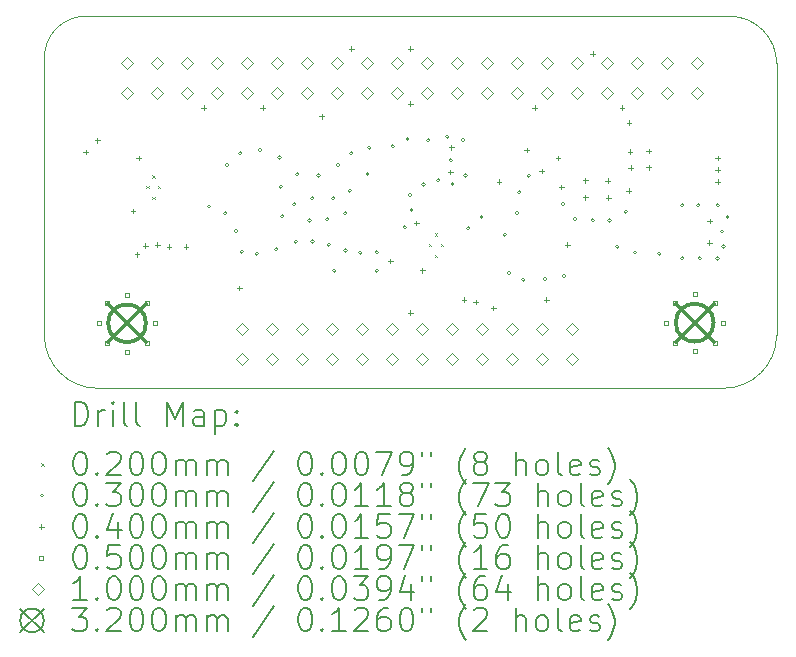
<source format=gbr>
%TF.GenerationSoftware,KiCad,Pcbnew,8.0.3*%
%TF.CreationDate,2024-07-11T02:23:30+02:00*%
%TF.ProjectId,HatV5,48617456-352e-46b6-9963-61645f706362,V2*%
%TF.SameCoordinates,Original*%
%TF.FileFunction,Drillmap*%
%TF.FilePolarity,Positive*%
%FSLAX45Y45*%
G04 Gerber Fmt 4.5, Leading zero omitted, Abs format (unit mm)*
G04 Created by KiCad (PCBNEW 8.0.3) date 2024-07-11 02:23:30*
%MOMM*%
%LPD*%
G01*
G04 APERTURE LIST*
%ADD10C,0.100000*%
%ADD11C,0.200000*%
%ADD12C,0.320000*%
G04 APERTURE END LIST*
D10*
X17048240Y-8911940D02*
X17048240Y-11211940D01*
X16598240Y-11661940D02*
X11298240Y-11661940D01*
X10848240Y-8861940D02*
G75*
G02*
X11198240Y-8511940I350000J0D01*
G01*
X16648240Y-8511940D02*
G75*
G02*
X17048240Y-8911940I0J-400000D01*
G01*
X16648240Y-8511940D02*
X11198240Y-8511940D01*
X11298240Y-11661940D02*
G75*
G02*
X10848240Y-11211940I0J450000D01*
G01*
X17048240Y-11211940D02*
G75*
G02*
X16598240Y-11661940I-450000J0D01*
G01*
X10848240Y-8861940D02*
X10848240Y-11211940D01*
D11*
D10*
X11711180Y-9948500D02*
X11731180Y-9968500D01*
X11731180Y-9948500D02*
X11711180Y-9968500D01*
X11761180Y-9858500D02*
X11781180Y-9878500D01*
X11781180Y-9858500D02*
X11761180Y-9878500D01*
X11761180Y-10038500D02*
X11781180Y-10058500D01*
X11781180Y-10038500D02*
X11761180Y-10058500D01*
X11811180Y-9948500D02*
X11831180Y-9968500D01*
X11831180Y-9948500D02*
X11811180Y-9968500D01*
X14104540Y-10441120D02*
X14124540Y-10461120D01*
X14124540Y-10441120D02*
X14104540Y-10461120D01*
X14154540Y-10351120D02*
X14174540Y-10371120D01*
X14174540Y-10351120D02*
X14154540Y-10371120D01*
X14154540Y-10531120D02*
X14174540Y-10551120D01*
X14174540Y-10531120D02*
X14154540Y-10551120D01*
X14204540Y-10441120D02*
X14224540Y-10461120D01*
X14224540Y-10441120D02*
X14204540Y-10461120D01*
X12258118Y-10122402D02*
G75*
G02*
X12228118Y-10122402I-15000J0D01*
G01*
X12228118Y-10122402D02*
G75*
G02*
X12258118Y-10122402I15000J0D01*
G01*
X12395278Y-10178282D02*
G75*
G02*
X12365278Y-10178282I-15000J0D01*
G01*
X12365278Y-10178282D02*
G75*
G02*
X12395278Y-10178282I15000J0D01*
G01*
X12407978Y-9771882D02*
G75*
G02*
X12377978Y-9771882I-15000J0D01*
G01*
X12377978Y-9771882D02*
G75*
G02*
X12407978Y-9771882I15000J0D01*
G01*
X12484178Y-10330682D02*
G75*
G02*
X12454178Y-10330682I-15000J0D01*
G01*
X12454178Y-10330682D02*
G75*
G02*
X12484178Y-10330682I15000J0D01*
G01*
X12522278Y-9670282D02*
G75*
G02*
X12492278Y-9670282I-15000J0D01*
G01*
X12492278Y-9670282D02*
G75*
G02*
X12522278Y-9670282I15000J0D01*
G01*
X12535160Y-10506196D02*
G75*
G02*
X12505160Y-10506196I-15000J0D01*
G01*
X12505160Y-10506196D02*
G75*
G02*
X12535160Y-10506196I15000J0D01*
G01*
X12661978Y-10521182D02*
G75*
G02*
X12631978Y-10521182I-15000J0D01*
G01*
X12631978Y-10521182D02*
G75*
G02*
X12661978Y-10521182I15000J0D01*
G01*
X12687378Y-9644882D02*
G75*
G02*
X12657378Y-9644882I-15000J0D01*
G01*
X12657378Y-9644882D02*
G75*
G02*
X12687378Y-9644882I15000J0D01*
G01*
X12827078Y-10483082D02*
G75*
G02*
X12797078Y-10483082I-15000J0D01*
G01*
X12797078Y-10483082D02*
G75*
G02*
X12827078Y-10483082I15000J0D01*
G01*
X12852478Y-9708382D02*
G75*
G02*
X12822478Y-9708382I-15000J0D01*
G01*
X12822478Y-9708382D02*
G75*
G02*
X12852478Y-9708382I15000J0D01*
G01*
X12865178Y-9954400D02*
G75*
G02*
X12835178Y-9954400I-15000J0D01*
G01*
X12835178Y-9954400D02*
G75*
G02*
X12865178Y-9954400I15000J0D01*
G01*
X12877878Y-10203682D02*
G75*
G02*
X12847878Y-10203682I-15000J0D01*
G01*
X12847878Y-10203682D02*
G75*
G02*
X12877878Y-10203682I15000J0D01*
G01*
X12979478Y-10102082D02*
G75*
G02*
X12949478Y-10102082I-15000J0D01*
G01*
X12949478Y-10102082D02*
G75*
G02*
X12979478Y-10102082I15000J0D01*
G01*
X12992178Y-10419582D02*
G75*
G02*
X12962178Y-10419582I-15000J0D01*
G01*
X12962178Y-10419582D02*
G75*
G02*
X12992178Y-10419582I15000J0D01*
G01*
X13004878Y-9848082D02*
G75*
G02*
X12974878Y-9848082I-15000J0D01*
G01*
X12974878Y-9848082D02*
G75*
G02*
X13004878Y-9848082I15000J0D01*
G01*
X13106478Y-10241782D02*
G75*
G02*
X13076478Y-10241782I-15000J0D01*
G01*
X13076478Y-10241782D02*
G75*
G02*
X13106478Y-10241782I15000J0D01*
G01*
X13131878Y-10051282D02*
G75*
G02*
X13101878Y-10051282I-15000J0D01*
G01*
X13101878Y-10051282D02*
G75*
G02*
X13131878Y-10051282I15000J0D01*
G01*
X13131878Y-10419582D02*
G75*
G02*
X13101878Y-10419582I-15000J0D01*
G01*
X13101878Y-10419582D02*
G75*
G02*
X13131878Y-10419582I15000J0D01*
G01*
X13182678Y-9860782D02*
G75*
G02*
X13152678Y-9860782I-15000J0D01*
G01*
X13152678Y-9860782D02*
G75*
G02*
X13182678Y-9860782I15000J0D01*
G01*
X13258878Y-10229082D02*
G75*
G02*
X13228878Y-10229082I-15000J0D01*
G01*
X13228878Y-10229082D02*
G75*
G02*
X13258878Y-10229082I15000J0D01*
G01*
X13271578Y-10444982D02*
G75*
G02*
X13241578Y-10444982I-15000J0D01*
G01*
X13241578Y-10444982D02*
G75*
G02*
X13271578Y-10444982I15000J0D01*
G01*
X13309678Y-10051282D02*
G75*
G02*
X13279678Y-10051282I-15000J0D01*
G01*
X13279678Y-10051282D02*
G75*
G02*
X13309678Y-10051282I15000J0D01*
G01*
X13317440Y-10665340D02*
G75*
G02*
X13287440Y-10665340I-15000J0D01*
G01*
X13287440Y-10665340D02*
G75*
G02*
X13317440Y-10665340I15000J0D01*
G01*
X13347778Y-9771882D02*
G75*
G02*
X13317778Y-9771882I-15000J0D01*
G01*
X13317778Y-9771882D02*
G75*
G02*
X13347778Y-9771882I15000J0D01*
G01*
X13411278Y-10178282D02*
G75*
G02*
X13381278Y-10178282I-15000J0D01*
G01*
X13381278Y-10178282D02*
G75*
G02*
X13411278Y-10178282I15000J0D01*
G01*
X13411278Y-10495782D02*
G75*
G02*
X13381278Y-10495782I-15000J0D01*
G01*
X13381278Y-10495782D02*
G75*
G02*
X13411278Y-10495782I15000J0D01*
G01*
X13449378Y-9987782D02*
G75*
G02*
X13419378Y-9987782I-15000J0D01*
G01*
X13419378Y-9987782D02*
G75*
G02*
X13449378Y-9987782I15000J0D01*
G01*
X13462078Y-9670282D02*
G75*
G02*
X13432078Y-9670282I-15000J0D01*
G01*
X13432078Y-9670282D02*
G75*
G02*
X13462078Y-9670282I15000J0D01*
G01*
X13538278Y-10513562D02*
G75*
G02*
X13508278Y-10513562I-15000J0D01*
G01*
X13508278Y-10513562D02*
G75*
G02*
X13538278Y-10513562I15000J0D01*
G01*
X13598820Y-9848500D02*
G75*
G02*
X13568820Y-9848500I-15000J0D01*
G01*
X13568820Y-9848500D02*
G75*
G02*
X13598820Y-9848500I15000J0D01*
G01*
X13614478Y-9624562D02*
G75*
G02*
X13584478Y-9624562I-15000J0D01*
G01*
X13584478Y-9624562D02*
G75*
G02*
X13614478Y-9624562I15000J0D01*
G01*
X13676346Y-10667787D02*
G75*
G02*
X13646346Y-10667787I-15000J0D01*
G01*
X13646346Y-10667787D02*
G75*
G02*
X13676346Y-10667787I15000J0D01*
G01*
X13677978Y-10511022D02*
G75*
G02*
X13647978Y-10511022I-15000J0D01*
G01*
X13647978Y-10511022D02*
G75*
G02*
X13677978Y-10511022I15000J0D01*
G01*
X13813240Y-9611940D02*
G75*
G02*
X13783240Y-9611940I-15000J0D01*
G01*
X13783240Y-9611940D02*
G75*
G02*
X13813240Y-9611940I15000J0D01*
G01*
X13914319Y-10297570D02*
G75*
G02*
X13884319Y-10297570I-15000J0D01*
G01*
X13884319Y-10297570D02*
G75*
G02*
X13914319Y-10297570I15000J0D01*
G01*
X13938942Y-9551320D02*
G75*
G02*
X13908942Y-9551320I-15000J0D01*
G01*
X13908942Y-9551320D02*
G75*
G02*
X13938942Y-9551320I15000J0D01*
G01*
X13957378Y-10025882D02*
G75*
G02*
X13927378Y-10025882I-15000J0D01*
G01*
X13927378Y-10025882D02*
G75*
G02*
X13957378Y-10025882I15000J0D01*
G01*
X13972720Y-10152882D02*
G75*
G02*
X13942720Y-10152882I-15000J0D01*
G01*
X13942720Y-10152882D02*
G75*
G02*
X13972720Y-10152882I15000J0D01*
G01*
X14071678Y-9936982D02*
G75*
G02*
X14041678Y-9936982I-15000J0D01*
G01*
X14041678Y-9936982D02*
G75*
G02*
X14071678Y-9936982I15000J0D01*
G01*
X14113240Y-9561940D02*
G75*
G02*
X14083240Y-9561940I-15000J0D01*
G01*
X14083240Y-9561940D02*
G75*
G02*
X14113240Y-9561940I15000J0D01*
G01*
X14198678Y-9898882D02*
G75*
G02*
X14168678Y-9898882I-15000J0D01*
G01*
X14168678Y-9898882D02*
G75*
G02*
X14198678Y-9898882I15000J0D01*
G01*
X14274530Y-9532241D02*
G75*
G02*
X14244530Y-9532241I-15000J0D01*
G01*
X14244530Y-9532241D02*
G75*
G02*
X14274530Y-9532241I15000J0D01*
G01*
X14305358Y-9731242D02*
G75*
G02*
X14275358Y-9731242I-15000J0D01*
G01*
X14275358Y-9731242D02*
G75*
G02*
X14305358Y-9731242I15000J0D01*
G01*
X14318058Y-9931902D02*
G75*
G02*
X14288058Y-9931902I-15000J0D01*
G01*
X14288058Y-9931902D02*
G75*
G02*
X14318058Y-9931902I15000J0D01*
G01*
X14406958Y-9558522D02*
G75*
G02*
X14376958Y-9558522I-15000J0D01*
G01*
X14376958Y-9558522D02*
G75*
G02*
X14406958Y-9558522I15000J0D01*
G01*
X14427278Y-9860782D02*
G75*
G02*
X14397278Y-9860782I-15000J0D01*
G01*
X14397278Y-9860782D02*
G75*
G02*
X14427278Y-9860782I15000J0D01*
G01*
X14452678Y-10305282D02*
G75*
G02*
X14422678Y-10305282I-15000J0D01*
G01*
X14422678Y-10305282D02*
G75*
G02*
X14452678Y-10305282I15000J0D01*
G01*
X14563240Y-10211940D02*
G75*
G02*
X14533240Y-10211940I-15000J0D01*
G01*
X14533240Y-10211940D02*
G75*
G02*
X14563240Y-10211940I15000J0D01*
G01*
X14763240Y-10361940D02*
G75*
G02*
X14733240Y-10361940I-15000J0D01*
G01*
X14733240Y-10361940D02*
G75*
G02*
X14763240Y-10361940I15000J0D01*
G01*
X14795578Y-10686282D02*
G75*
G02*
X14765578Y-10686282I-15000J0D01*
G01*
X14765578Y-10686282D02*
G75*
G02*
X14795578Y-10686282I15000J0D01*
G01*
X14863240Y-10178282D02*
G75*
G02*
X14833240Y-10178282I-15000J0D01*
G01*
X14833240Y-10178282D02*
G75*
G02*
X14863240Y-10178282I15000J0D01*
G01*
X14884478Y-10000482D02*
G75*
G02*
X14854478Y-10000482I-15000J0D01*
G01*
X14854478Y-10000482D02*
G75*
G02*
X14884478Y-10000482I15000J0D01*
G01*
X14917640Y-10741540D02*
G75*
G02*
X14887640Y-10741540I-15000J0D01*
G01*
X14887640Y-10741540D02*
G75*
G02*
X14917640Y-10741540I15000J0D01*
G01*
X14963240Y-9861940D02*
G75*
G02*
X14933240Y-9861940I-15000J0D01*
G01*
X14933240Y-9861940D02*
G75*
G02*
X14963240Y-9861940I15000J0D01*
G01*
X15100378Y-10737082D02*
G75*
G02*
X15070378Y-10737082I-15000J0D01*
G01*
X15070378Y-10737082D02*
G75*
G02*
X15100378Y-10737082I15000J0D01*
G01*
X15252778Y-10102082D02*
G75*
G02*
X15222778Y-10102082I-15000J0D01*
G01*
X15222778Y-10102082D02*
G75*
G02*
X15252778Y-10102082I15000J0D01*
G01*
X15263240Y-10711940D02*
G75*
G02*
X15233240Y-10711940I-15000J0D01*
G01*
X15233240Y-10711940D02*
G75*
G02*
X15263240Y-10711940I15000J0D01*
G01*
X15354378Y-10229082D02*
G75*
G02*
X15324378Y-10229082I-15000J0D01*
G01*
X15324378Y-10229082D02*
G75*
G02*
X15354378Y-10229082I15000J0D01*
G01*
X15506778Y-10239242D02*
G75*
G02*
X15476778Y-10239242I-15000J0D01*
G01*
X15476778Y-10239242D02*
G75*
G02*
X15506778Y-10239242I15000J0D01*
G01*
X15646478Y-10241782D02*
G75*
G02*
X15616478Y-10241782I-15000J0D01*
G01*
X15616478Y-10241782D02*
G75*
G02*
X15646478Y-10241782I15000J0D01*
G01*
X15713240Y-10461940D02*
G75*
G02*
X15683240Y-10461940I-15000J0D01*
G01*
X15683240Y-10461940D02*
G75*
G02*
X15713240Y-10461940I15000J0D01*
G01*
X15786178Y-10165582D02*
G75*
G02*
X15756178Y-10165582I-15000J0D01*
G01*
X15756178Y-10165582D02*
G75*
G02*
X15786178Y-10165582I15000J0D01*
G01*
X15863240Y-10511940D02*
G75*
G02*
X15833240Y-10511940I-15000J0D01*
G01*
X15833240Y-10511940D02*
G75*
G02*
X15863240Y-10511940I15000J0D01*
G01*
X16069036Y-10524255D02*
G75*
G02*
X16039036Y-10524255I-15000J0D01*
G01*
X16039036Y-10524255D02*
G75*
G02*
X16069036Y-10524255I15000J0D01*
G01*
X16263240Y-10111940D02*
G75*
G02*
X16233240Y-10111940I-15000J0D01*
G01*
X16233240Y-10111940D02*
G75*
G02*
X16263240Y-10111940I15000J0D01*
G01*
X16263240Y-10561940D02*
G75*
G02*
X16233240Y-10561940I-15000J0D01*
G01*
X16233240Y-10561940D02*
G75*
G02*
X16263240Y-10561940I15000J0D01*
G01*
X16399363Y-10113849D02*
G75*
G02*
X16369363Y-10113849I-15000J0D01*
G01*
X16369363Y-10113849D02*
G75*
G02*
X16399363Y-10113849I15000J0D01*
G01*
X16413240Y-10561940D02*
G75*
G02*
X16383240Y-10561940I-15000J0D01*
G01*
X16383240Y-10561940D02*
G75*
G02*
X16413240Y-10561940I15000J0D01*
G01*
X16563240Y-10111940D02*
G75*
G02*
X16533240Y-10111940I-15000J0D01*
G01*
X16533240Y-10111940D02*
G75*
G02*
X16563240Y-10111940I15000J0D01*
G01*
X16563240Y-10561940D02*
G75*
G02*
X16533240Y-10561940I-15000J0D01*
G01*
X16533240Y-10561940D02*
G75*
G02*
X16563240Y-10561940I15000J0D01*
G01*
X16600086Y-10333967D02*
G75*
G02*
X16570086Y-10333967I-15000J0D01*
G01*
X16570086Y-10333967D02*
G75*
G02*
X16600086Y-10333967I15000J0D01*
G01*
X16613240Y-10461940D02*
G75*
G02*
X16583240Y-10461940I-15000J0D01*
G01*
X16583240Y-10461940D02*
G75*
G02*
X16613240Y-10461940I15000J0D01*
G01*
X16648414Y-10211322D02*
G75*
G02*
X16618414Y-10211322I-15000J0D01*
G01*
X16618414Y-10211322D02*
G75*
G02*
X16648414Y-10211322I15000J0D01*
G01*
X11198179Y-9642001D02*
X11198179Y-9682001D01*
X11178179Y-9662001D02*
X11218179Y-9662001D01*
X11297174Y-9543006D02*
X11297174Y-9583006D01*
X11277174Y-9563006D02*
X11317174Y-9563006D01*
X11598240Y-10141940D02*
X11598240Y-10181940D01*
X11578240Y-10161940D02*
X11618240Y-10161940D01*
X11633344Y-10506836D02*
X11633344Y-10546836D01*
X11613344Y-10526836D02*
X11653344Y-10526836D01*
X11648240Y-9691940D02*
X11648240Y-9731940D01*
X11628240Y-9711940D02*
X11668240Y-9711940D01*
X11704055Y-10436125D02*
X11704055Y-10476125D01*
X11684055Y-10456125D02*
X11724055Y-10456125D01*
X11803632Y-10426940D02*
X11803632Y-10466940D01*
X11783632Y-10446940D02*
X11823632Y-10446940D01*
X11902399Y-10442599D02*
X11902399Y-10482599D01*
X11882399Y-10462599D02*
X11922399Y-10462599D01*
X12048240Y-10441940D02*
X12048240Y-10481940D01*
X12028240Y-10461940D02*
X12068240Y-10461940D01*
X12198240Y-9267640D02*
X12198240Y-9307640D01*
X12178240Y-9287640D02*
X12218240Y-9287640D01*
X12498240Y-10791940D02*
X12498240Y-10831940D01*
X12478240Y-10811940D02*
X12518240Y-10811940D01*
X12698240Y-9267640D02*
X12698240Y-9307640D01*
X12678240Y-9287640D02*
X12718240Y-9287640D01*
X13196242Y-9339943D02*
X13196242Y-9379943D01*
X13176242Y-9359943D02*
X13216242Y-9359943D01*
X13448240Y-8767640D02*
X13448240Y-8807640D01*
X13428240Y-8787640D02*
X13468240Y-8787640D01*
X13777278Y-10564682D02*
X13777278Y-10604682D01*
X13757278Y-10584682D02*
X13797278Y-10584682D01*
X13948240Y-8767640D02*
X13948240Y-8807640D01*
X13928240Y-8787640D02*
X13968240Y-8787640D01*
X13948240Y-9232640D02*
X13948240Y-9272640D01*
X13928240Y-9252640D02*
X13968240Y-9252640D01*
X13948240Y-11001940D02*
X13948240Y-11041940D01*
X13928240Y-11021940D02*
X13968240Y-11021940D01*
X13998240Y-10241940D02*
X13998240Y-10281940D01*
X13978240Y-10261940D02*
X14018240Y-10261940D01*
X14048240Y-10641940D02*
X14048240Y-10681940D01*
X14028240Y-10661940D02*
X14068240Y-10661940D01*
X14284180Y-9811400D02*
X14284180Y-9851400D01*
X14264180Y-9831400D02*
X14304180Y-9831400D01*
X14294340Y-9600580D02*
X14294340Y-9640580D01*
X14274340Y-9620580D02*
X14314340Y-9620580D01*
X14401235Y-10891940D02*
X14401235Y-10931940D01*
X14381235Y-10911940D02*
X14421235Y-10911940D01*
X14501235Y-10911940D02*
X14501235Y-10951940D01*
X14481235Y-10931940D02*
X14521235Y-10931940D01*
X14648240Y-10961940D02*
X14648240Y-11001940D01*
X14628240Y-10981940D02*
X14668240Y-10981940D01*
X14698240Y-9891940D02*
X14698240Y-9931940D01*
X14678240Y-9911940D02*
X14718240Y-9911940D01*
X14931567Y-9625267D02*
X14931567Y-9665267D01*
X14911567Y-9645267D02*
X14951567Y-9645267D01*
X14998240Y-9267640D02*
X14998240Y-9307640D01*
X14978240Y-9287640D02*
X15018240Y-9287640D01*
X15059978Y-9802682D02*
X15059978Y-9842682D01*
X15039978Y-9822682D02*
X15079978Y-9822682D01*
X15098240Y-10891940D02*
X15098240Y-10931940D01*
X15078240Y-10911940D02*
X15118240Y-10911940D01*
X15198240Y-9691940D02*
X15198240Y-9731940D01*
X15178240Y-9711940D02*
X15218240Y-9711940D01*
X15225078Y-9937302D02*
X15225078Y-9977302D01*
X15205078Y-9957302D02*
X15245078Y-9957302D01*
X15275878Y-10424982D02*
X15275878Y-10464982D01*
X15255878Y-10444982D02*
X15295878Y-10444982D01*
X15428278Y-9881422D02*
X15428278Y-9921422D01*
X15408278Y-9901422D02*
X15448278Y-9901422D01*
X15428278Y-10023662D02*
X15428278Y-10063662D01*
X15408278Y-10043662D02*
X15448278Y-10043662D01*
X15489505Y-8807640D02*
X15489505Y-8847640D01*
X15469505Y-8827640D02*
X15509505Y-8827640D01*
X15618778Y-9883962D02*
X15618778Y-9923962D01*
X15598778Y-9903962D02*
X15638778Y-9903962D01*
X15623858Y-10028742D02*
X15623858Y-10068742D01*
X15603858Y-10048742D02*
X15643858Y-10048742D01*
X15738540Y-9267640D02*
X15738540Y-9307640D01*
X15718540Y-9287640D02*
X15758540Y-9287640D01*
X15796578Y-9967782D02*
X15796578Y-10007782D01*
X15776578Y-9987782D02*
X15816578Y-9987782D01*
X15798240Y-9391940D02*
X15798240Y-9431940D01*
X15778240Y-9411940D02*
X15818240Y-9411940D01*
X15806738Y-9640122D02*
X15806738Y-9680122D01*
X15786738Y-9660122D02*
X15826738Y-9660122D01*
X15811818Y-9774742D02*
X15811818Y-9814742D01*
X15791818Y-9794742D02*
X15831818Y-9794742D01*
X15964218Y-9632502D02*
X15964218Y-9672502D01*
X15944218Y-9652502D02*
X15984218Y-9652502D01*
X15964218Y-9769662D02*
X15964218Y-9809662D01*
X15944218Y-9789662D02*
X15984218Y-9789662D01*
X16478406Y-10410487D02*
X16478406Y-10450487D01*
X16458406Y-10430487D02*
X16498406Y-10430487D01*
X16480946Y-10225537D02*
X16480946Y-10265537D01*
X16460946Y-10245537D02*
X16500946Y-10245537D01*
X16548240Y-9691940D02*
X16548240Y-9731940D01*
X16528240Y-9711940D02*
X16568240Y-9711940D01*
X16548240Y-9791940D02*
X16548240Y-9831940D01*
X16528240Y-9811940D02*
X16568240Y-9811940D01*
X16548240Y-9891940D02*
X16548240Y-9931940D01*
X16528240Y-9911940D02*
X16568240Y-9911940D01*
X11325918Y-11129618D02*
X11325918Y-11094262D01*
X11290562Y-11094262D01*
X11290562Y-11129618D01*
X11325918Y-11129618D01*
X11396212Y-10959912D02*
X11396212Y-10924557D01*
X11360857Y-10924557D01*
X11360857Y-10959912D01*
X11396212Y-10959912D01*
X11396212Y-11299323D02*
X11396212Y-11263968D01*
X11360857Y-11263968D01*
X11360857Y-11299323D01*
X11396212Y-11299323D01*
X11565918Y-10889618D02*
X11565918Y-10854262D01*
X11530562Y-10854262D01*
X11530562Y-10889618D01*
X11565918Y-10889618D01*
X11565918Y-11369618D02*
X11565918Y-11334262D01*
X11530562Y-11334262D01*
X11530562Y-11369618D01*
X11565918Y-11369618D01*
X11735623Y-10959912D02*
X11735623Y-10924557D01*
X11700268Y-10924557D01*
X11700268Y-10959912D01*
X11735623Y-10959912D01*
X11735623Y-11299323D02*
X11735623Y-11263968D01*
X11700268Y-11263968D01*
X11700268Y-11299323D01*
X11735623Y-11299323D01*
X11805918Y-11129618D02*
X11805918Y-11094262D01*
X11770562Y-11094262D01*
X11770562Y-11129618D01*
X11805918Y-11129618D01*
X16131683Y-11124157D02*
X16131683Y-11088802D01*
X16096328Y-11088802D01*
X16096328Y-11124157D01*
X16131683Y-11124157D01*
X16201978Y-10954452D02*
X16201978Y-10919096D01*
X16166622Y-10919096D01*
X16166622Y-10954452D01*
X16201978Y-10954452D01*
X16201978Y-11293863D02*
X16201978Y-11258507D01*
X16166622Y-11258507D01*
X16166622Y-11293863D01*
X16201978Y-11293863D01*
X16371683Y-10884157D02*
X16371683Y-10848802D01*
X16336328Y-10848802D01*
X16336328Y-10884157D01*
X16371683Y-10884157D01*
X16371683Y-11364157D02*
X16371683Y-11328802D01*
X16336328Y-11328802D01*
X16336328Y-11364157D01*
X16371683Y-11364157D01*
X16541389Y-10954452D02*
X16541389Y-10919096D01*
X16506033Y-10919096D01*
X16506033Y-10954452D01*
X16541389Y-10954452D01*
X16541389Y-11293863D02*
X16541389Y-11258507D01*
X16506033Y-11258507D01*
X16506033Y-11293863D01*
X16541389Y-11293863D01*
X16611683Y-11124157D02*
X16611683Y-11088802D01*
X16576328Y-11088802D01*
X16576328Y-11124157D01*
X16611683Y-11124157D01*
X11546240Y-8957940D02*
X11596240Y-8907940D01*
X11546240Y-8857940D01*
X11496240Y-8907940D01*
X11546240Y-8957940D01*
X11546240Y-9211940D02*
X11596240Y-9161940D01*
X11546240Y-9111940D01*
X11496240Y-9161940D01*
X11546240Y-9211940D01*
X11800240Y-8957940D02*
X11850240Y-8907940D01*
X11800240Y-8857940D01*
X11750240Y-8907940D01*
X11800240Y-8957940D01*
X11800240Y-9211940D02*
X11850240Y-9161940D01*
X11800240Y-9111940D01*
X11750240Y-9161940D01*
X11800240Y-9211940D01*
X12054240Y-8957940D02*
X12104240Y-8907940D01*
X12054240Y-8857940D01*
X12004240Y-8907940D01*
X12054240Y-8957940D01*
X12054240Y-9211940D02*
X12104240Y-9161940D01*
X12054240Y-9111940D01*
X12004240Y-9161940D01*
X12054240Y-9211940D01*
X12308240Y-8957940D02*
X12358240Y-8907940D01*
X12308240Y-8857940D01*
X12258240Y-8907940D01*
X12308240Y-8957940D01*
X12308240Y-9211940D02*
X12358240Y-9161940D01*
X12308240Y-9111940D01*
X12258240Y-9161940D01*
X12308240Y-9211940D01*
X12520240Y-11211940D02*
X12570240Y-11161940D01*
X12520240Y-11111940D01*
X12470240Y-11161940D01*
X12520240Y-11211940D01*
X12520240Y-11465940D02*
X12570240Y-11415940D01*
X12520240Y-11365940D01*
X12470240Y-11415940D01*
X12520240Y-11465940D01*
X12562240Y-8957940D02*
X12612240Y-8907940D01*
X12562240Y-8857940D01*
X12512240Y-8907940D01*
X12562240Y-8957940D01*
X12562240Y-9211940D02*
X12612240Y-9161940D01*
X12562240Y-9111940D01*
X12512240Y-9161940D01*
X12562240Y-9211940D01*
X12774240Y-11211940D02*
X12824240Y-11161940D01*
X12774240Y-11111940D01*
X12724240Y-11161940D01*
X12774240Y-11211940D01*
X12774240Y-11465940D02*
X12824240Y-11415940D01*
X12774240Y-11365940D01*
X12724240Y-11415940D01*
X12774240Y-11465940D01*
X12816240Y-8957940D02*
X12866240Y-8907940D01*
X12816240Y-8857940D01*
X12766240Y-8907940D01*
X12816240Y-8957940D01*
X12816240Y-9211940D02*
X12866240Y-9161940D01*
X12816240Y-9111940D01*
X12766240Y-9161940D01*
X12816240Y-9211940D01*
X13028240Y-11211940D02*
X13078240Y-11161940D01*
X13028240Y-11111940D01*
X12978240Y-11161940D01*
X13028240Y-11211940D01*
X13028240Y-11465940D02*
X13078240Y-11415940D01*
X13028240Y-11365940D01*
X12978240Y-11415940D01*
X13028240Y-11465940D01*
X13070240Y-8957940D02*
X13120240Y-8907940D01*
X13070240Y-8857940D01*
X13020240Y-8907940D01*
X13070240Y-8957940D01*
X13070240Y-9211940D02*
X13120240Y-9161940D01*
X13070240Y-9111940D01*
X13020240Y-9161940D01*
X13070240Y-9211940D01*
X13282240Y-11211940D02*
X13332240Y-11161940D01*
X13282240Y-11111940D01*
X13232240Y-11161940D01*
X13282240Y-11211940D01*
X13282240Y-11465940D02*
X13332240Y-11415940D01*
X13282240Y-11365940D01*
X13232240Y-11415940D01*
X13282240Y-11465940D01*
X13324240Y-8957940D02*
X13374240Y-8907940D01*
X13324240Y-8857940D01*
X13274240Y-8907940D01*
X13324240Y-8957940D01*
X13324240Y-9211940D02*
X13374240Y-9161940D01*
X13324240Y-9111940D01*
X13274240Y-9161940D01*
X13324240Y-9211940D01*
X13536240Y-11211940D02*
X13586240Y-11161940D01*
X13536240Y-11111940D01*
X13486240Y-11161940D01*
X13536240Y-11211940D01*
X13536240Y-11465940D02*
X13586240Y-11415940D01*
X13536240Y-11365940D01*
X13486240Y-11415940D01*
X13536240Y-11465940D01*
X13578240Y-8957940D02*
X13628240Y-8907940D01*
X13578240Y-8857940D01*
X13528240Y-8907940D01*
X13578240Y-8957940D01*
X13578240Y-9211940D02*
X13628240Y-9161940D01*
X13578240Y-9111940D01*
X13528240Y-9161940D01*
X13578240Y-9211940D01*
X13790240Y-11211940D02*
X13840240Y-11161940D01*
X13790240Y-11111940D01*
X13740240Y-11161940D01*
X13790240Y-11211940D01*
X13790240Y-11465940D02*
X13840240Y-11415940D01*
X13790240Y-11365940D01*
X13740240Y-11415940D01*
X13790240Y-11465940D01*
X13832240Y-8957940D02*
X13882240Y-8907940D01*
X13832240Y-8857940D01*
X13782240Y-8907940D01*
X13832240Y-8957940D01*
X13832240Y-9211940D02*
X13882240Y-9161940D01*
X13832240Y-9111940D01*
X13782240Y-9161940D01*
X13832240Y-9211940D01*
X14044240Y-11211940D02*
X14094240Y-11161940D01*
X14044240Y-11111940D01*
X13994240Y-11161940D01*
X14044240Y-11211940D01*
X14044240Y-11465940D02*
X14094240Y-11415940D01*
X14044240Y-11365940D01*
X13994240Y-11415940D01*
X14044240Y-11465940D01*
X14086240Y-8957940D02*
X14136240Y-8907940D01*
X14086240Y-8857940D01*
X14036240Y-8907940D01*
X14086240Y-8957940D01*
X14086240Y-9211940D02*
X14136240Y-9161940D01*
X14086240Y-9111940D01*
X14036240Y-9161940D01*
X14086240Y-9211940D01*
X14298240Y-11211940D02*
X14348240Y-11161940D01*
X14298240Y-11111940D01*
X14248240Y-11161940D01*
X14298240Y-11211940D01*
X14298240Y-11465940D02*
X14348240Y-11415940D01*
X14298240Y-11365940D01*
X14248240Y-11415940D01*
X14298240Y-11465940D01*
X14340240Y-8957940D02*
X14390240Y-8907940D01*
X14340240Y-8857940D01*
X14290240Y-8907940D01*
X14340240Y-8957940D01*
X14340240Y-9211940D02*
X14390240Y-9161940D01*
X14340240Y-9111940D01*
X14290240Y-9161940D01*
X14340240Y-9211940D01*
X14552240Y-11211940D02*
X14602240Y-11161940D01*
X14552240Y-11111940D01*
X14502240Y-11161940D01*
X14552240Y-11211940D01*
X14552240Y-11465940D02*
X14602240Y-11415940D01*
X14552240Y-11365940D01*
X14502240Y-11415940D01*
X14552240Y-11465940D01*
X14594240Y-8957940D02*
X14644240Y-8907940D01*
X14594240Y-8857940D01*
X14544240Y-8907940D01*
X14594240Y-8957940D01*
X14594240Y-9211940D02*
X14644240Y-9161940D01*
X14594240Y-9111940D01*
X14544240Y-9161940D01*
X14594240Y-9211940D01*
X14806240Y-11211940D02*
X14856240Y-11161940D01*
X14806240Y-11111940D01*
X14756240Y-11161940D01*
X14806240Y-11211940D01*
X14806240Y-11465940D02*
X14856240Y-11415940D01*
X14806240Y-11365940D01*
X14756240Y-11415940D01*
X14806240Y-11465940D01*
X14848240Y-8957940D02*
X14898240Y-8907940D01*
X14848240Y-8857940D01*
X14798240Y-8907940D01*
X14848240Y-8957940D01*
X14848240Y-9211940D02*
X14898240Y-9161940D01*
X14848240Y-9111940D01*
X14798240Y-9161940D01*
X14848240Y-9211940D01*
X15060240Y-11211940D02*
X15110240Y-11161940D01*
X15060240Y-11111940D01*
X15010240Y-11161940D01*
X15060240Y-11211940D01*
X15060240Y-11465940D02*
X15110240Y-11415940D01*
X15060240Y-11365940D01*
X15010240Y-11415940D01*
X15060240Y-11465940D01*
X15102240Y-8957940D02*
X15152240Y-8907940D01*
X15102240Y-8857940D01*
X15052240Y-8907940D01*
X15102240Y-8957940D01*
X15102240Y-9211940D02*
X15152240Y-9161940D01*
X15102240Y-9111940D01*
X15052240Y-9161940D01*
X15102240Y-9211940D01*
X15314240Y-11211940D02*
X15364240Y-11161940D01*
X15314240Y-11111940D01*
X15264240Y-11161940D01*
X15314240Y-11211940D01*
X15314240Y-11465940D02*
X15364240Y-11415940D01*
X15314240Y-11365940D01*
X15264240Y-11415940D01*
X15314240Y-11465940D01*
X15356240Y-8957940D02*
X15406240Y-8907940D01*
X15356240Y-8857940D01*
X15306240Y-8907940D01*
X15356240Y-8957940D01*
X15356240Y-9211940D02*
X15406240Y-9161940D01*
X15356240Y-9111940D01*
X15306240Y-9161940D01*
X15356240Y-9211940D01*
X15610240Y-8957940D02*
X15660240Y-8907940D01*
X15610240Y-8857940D01*
X15560240Y-8907940D01*
X15610240Y-8957940D01*
X15610240Y-9211940D02*
X15660240Y-9161940D01*
X15610240Y-9111940D01*
X15560240Y-9161940D01*
X15610240Y-9211940D01*
X15864240Y-8957940D02*
X15914240Y-8907940D01*
X15864240Y-8857940D01*
X15814240Y-8907940D01*
X15864240Y-8957940D01*
X15864240Y-9211940D02*
X15914240Y-9161940D01*
X15864240Y-9111940D01*
X15814240Y-9161940D01*
X15864240Y-9211940D01*
X16118240Y-8957940D02*
X16168240Y-8907940D01*
X16118240Y-8857940D01*
X16068240Y-8907940D01*
X16118240Y-8957940D01*
X16118240Y-9211940D02*
X16168240Y-9161940D01*
X16118240Y-9111940D01*
X16068240Y-9161940D01*
X16118240Y-9211940D01*
X16372240Y-8957940D02*
X16422240Y-8907940D01*
X16372240Y-8857940D01*
X16322240Y-8907940D01*
X16372240Y-8957940D01*
X16372240Y-9211940D02*
X16422240Y-9161940D01*
X16372240Y-9111940D01*
X16322240Y-9161940D01*
X16372240Y-9211940D01*
D12*
X11388240Y-10951940D02*
X11708240Y-11271940D01*
X11708240Y-10951940D02*
X11388240Y-11271940D01*
X11708240Y-11111940D02*
G75*
G02*
X11388240Y-11111940I-160000J0D01*
G01*
X11388240Y-11111940D02*
G75*
G02*
X11708240Y-11111940I160000J0D01*
G01*
X16194006Y-10946480D02*
X16514006Y-11266480D01*
X16514006Y-10946480D02*
X16194006Y-11266480D01*
X16514006Y-11106480D02*
G75*
G02*
X16194006Y-11106480I-160000J0D01*
G01*
X16194006Y-11106480D02*
G75*
G02*
X16514006Y-11106480I160000J0D01*
G01*
D11*
X11104017Y-11978424D02*
X11104017Y-11778424D01*
X11104017Y-11778424D02*
X11151636Y-11778424D01*
X11151636Y-11778424D02*
X11180207Y-11787948D01*
X11180207Y-11787948D02*
X11199255Y-11806995D01*
X11199255Y-11806995D02*
X11208779Y-11826043D01*
X11208779Y-11826043D02*
X11218302Y-11864138D01*
X11218302Y-11864138D02*
X11218302Y-11892709D01*
X11218302Y-11892709D02*
X11208779Y-11930805D01*
X11208779Y-11930805D02*
X11199255Y-11949852D01*
X11199255Y-11949852D02*
X11180207Y-11968900D01*
X11180207Y-11968900D02*
X11151636Y-11978424D01*
X11151636Y-11978424D02*
X11104017Y-11978424D01*
X11304017Y-11978424D02*
X11304017Y-11845090D01*
X11304017Y-11883186D02*
X11313541Y-11864138D01*
X11313541Y-11864138D02*
X11323064Y-11854614D01*
X11323064Y-11854614D02*
X11342112Y-11845090D01*
X11342112Y-11845090D02*
X11361160Y-11845090D01*
X11427826Y-11978424D02*
X11427826Y-11845090D01*
X11427826Y-11778424D02*
X11418302Y-11787948D01*
X11418302Y-11787948D02*
X11427826Y-11797471D01*
X11427826Y-11797471D02*
X11437350Y-11787948D01*
X11437350Y-11787948D02*
X11427826Y-11778424D01*
X11427826Y-11778424D02*
X11427826Y-11797471D01*
X11551636Y-11978424D02*
X11532588Y-11968900D01*
X11532588Y-11968900D02*
X11523064Y-11949852D01*
X11523064Y-11949852D02*
X11523064Y-11778424D01*
X11656398Y-11978424D02*
X11637350Y-11968900D01*
X11637350Y-11968900D02*
X11627826Y-11949852D01*
X11627826Y-11949852D02*
X11627826Y-11778424D01*
X11884969Y-11978424D02*
X11884969Y-11778424D01*
X11884969Y-11778424D02*
X11951636Y-11921281D01*
X11951636Y-11921281D02*
X12018302Y-11778424D01*
X12018302Y-11778424D02*
X12018302Y-11978424D01*
X12199255Y-11978424D02*
X12199255Y-11873662D01*
X12199255Y-11873662D02*
X12189731Y-11854614D01*
X12189731Y-11854614D02*
X12170683Y-11845090D01*
X12170683Y-11845090D02*
X12132588Y-11845090D01*
X12132588Y-11845090D02*
X12113541Y-11854614D01*
X12199255Y-11968900D02*
X12180207Y-11978424D01*
X12180207Y-11978424D02*
X12132588Y-11978424D01*
X12132588Y-11978424D02*
X12113541Y-11968900D01*
X12113541Y-11968900D02*
X12104017Y-11949852D01*
X12104017Y-11949852D02*
X12104017Y-11930805D01*
X12104017Y-11930805D02*
X12113541Y-11911757D01*
X12113541Y-11911757D02*
X12132588Y-11902233D01*
X12132588Y-11902233D02*
X12180207Y-11902233D01*
X12180207Y-11902233D02*
X12199255Y-11892709D01*
X12294493Y-11845090D02*
X12294493Y-12045090D01*
X12294493Y-11854614D02*
X12313541Y-11845090D01*
X12313541Y-11845090D02*
X12351636Y-11845090D01*
X12351636Y-11845090D02*
X12370683Y-11854614D01*
X12370683Y-11854614D02*
X12380207Y-11864138D01*
X12380207Y-11864138D02*
X12389731Y-11883186D01*
X12389731Y-11883186D02*
X12389731Y-11940328D01*
X12389731Y-11940328D02*
X12380207Y-11959376D01*
X12380207Y-11959376D02*
X12370683Y-11968900D01*
X12370683Y-11968900D02*
X12351636Y-11978424D01*
X12351636Y-11978424D02*
X12313541Y-11978424D01*
X12313541Y-11978424D02*
X12294493Y-11968900D01*
X12475445Y-11959376D02*
X12484969Y-11968900D01*
X12484969Y-11968900D02*
X12475445Y-11978424D01*
X12475445Y-11978424D02*
X12465922Y-11968900D01*
X12465922Y-11968900D02*
X12475445Y-11959376D01*
X12475445Y-11959376D02*
X12475445Y-11978424D01*
X12475445Y-11854614D02*
X12484969Y-11864138D01*
X12484969Y-11864138D02*
X12475445Y-11873662D01*
X12475445Y-11873662D02*
X12465922Y-11864138D01*
X12465922Y-11864138D02*
X12475445Y-11854614D01*
X12475445Y-11854614D02*
X12475445Y-11873662D01*
D10*
X10823240Y-12296940D02*
X10843240Y-12316940D01*
X10843240Y-12296940D02*
X10823240Y-12316940D01*
D11*
X11142112Y-12198424D02*
X11161160Y-12198424D01*
X11161160Y-12198424D02*
X11180207Y-12207948D01*
X11180207Y-12207948D02*
X11189731Y-12217471D01*
X11189731Y-12217471D02*
X11199255Y-12236519D01*
X11199255Y-12236519D02*
X11208779Y-12274614D01*
X11208779Y-12274614D02*
X11208779Y-12322233D01*
X11208779Y-12322233D02*
X11199255Y-12360328D01*
X11199255Y-12360328D02*
X11189731Y-12379376D01*
X11189731Y-12379376D02*
X11180207Y-12388900D01*
X11180207Y-12388900D02*
X11161160Y-12398424D01*
X11161160Y-12398424D02*
X11142112Y-12398424D01*
X11142112Y-12398424D02*
X11123064Y-12388900D01*
X11123064Y-12388900D02*
X11113541Y-12379376D01*
X11113541Y-12379376D02*
X11104017Y-12360328D01*
X11104017Y-12360328D02*
X11094493Y-12322233D01*
X11094493Y-12322233D02*
X11094493Y-12274614D01*
X11094493Y-12274614D02*
X11104017Y-12236519D01*
X11104017Y-12236519D02*
X11113541Y-12217471D01*
X11113541Y-12217471D02*
X11123064Y-12207948D01*
X11123064Y-12207948D02*
X11142112Y-12198424D01*
X11294493Y-12379376D02*
X11304017Y-12388900D01*
X11304017Y-12388900D02*
X11294493Y-12398424D01*
X11294493Y-12398424D02*
X11284969Y-12388900D01*
X11284969Y-12388900D02*
X11294493Y-12379376D01*
X11294493Y-12379376D02*
X11294493Y-12398424D01*
X11380207Y-12217471D02*
X11389731Y-12207948D01*
X11389731Y-12207948D02*
X11408779Y-12198424D01*
X11408779Y-12198424D02*
X11456398Y-12198424D01*
X11456398Y-12198424D02*
X11475445Y-12207948D01*
X11475445Y-12207948D02*
X11484969Y-12217471D01*
X11484969Y-12217471D02*
X11494493Y-12236519D01*
X11494493Y-12236519D02*
X11494493Y-12255567D01*
X11494493Y-12255567D02*
X11484969Y-12284138D01*
X11484969Y-12284138D02*
X11370683Y-12398424D01*
X11370683Y-12398424D02*
X11494493Y-12398424D01*
X11618302Y-12198424D02*
X11637350Y-12198424D01*
X11637350Y-12198424D02*
X11656398Y-12207948D01*
X11656398Y-12207948D02*
X11665922Y-12217471D01*
X11665922Y-12217471D02*
X11675445Y-12236519D01*
X11675445Y-12236519D02*
X11684969Y-12274614D01*
X11684969Y-12274614D02*
X11684969Y-12322233D01*
X11684969Y-12322233D02*
X11675445Y-12360328D01*
X11675445Y-12360328D02*
X11665922Y-12379376D01*
X11665922Y-12379376D02*
X11656398Y-12388900D01*
X11656398Y-12388900D02*
X11637350Y-12398424D01*
X11637350Y-12398424D02*
X11618302Y-12398424D01*
X11618302Y-12398424D02*
X11599255Y-12388900D01*
X11599255Y-12388900D02*
X11589731Y-12379376D01*
X11589731Y-12379376D02*
X11580207Y-12360328D01*
X11580207Y-12360328D02*
X11570683Y-12322233D01*
X11570683Y-12322233D02*
X11570683Y-12274614D01*
X11570683Y-12274614D02*
X11580207Y-12236519D01*
X11580207Y-12236519D02*
X11589731Y-12217471D01*
X11589731Y-12217471D02*
X11599255Y-12207948D01*
X11599255Y-12207948D02*
X11618302Y-12198424D01*
X11808779Y-12198424D02*
X11827826Y-12198424D01*
X11827826Y-12198424D02*
X11846874Y-12207948D01*
X11846874Y-12207948D02*
X11856398Y-12217471D01*
X11856398Y-12217471D02*
X11865922Y-12236519D01*
X11865922Y-12236519D02*
X11875445Y-12274614D01*
X11875445Y-12274614D02*
X11875445Y-12322233D01*
X11875445Y-12322233D02*
X11865922Y-12360328D01*
X11865922Y-12360328D02*
X11856398Y-12379376D01*
X11856398Y-12379376D02*
X11846874Y-12388900D01*
X11846874Y-12388900D02*
X11827826Y-12398424D01*
X11827826Y-12398424D02*
X11808779Y-12398424D01*
X11808779Y-12398424D02*
X11789731Y-12388900D01*
X11789731Y-12388900D02*
X11780207Y-12379376D01*
X11780207Y-12379376D02*
X11770683Y-12360328D01*
X11770683Y-12360328D02*
X11761160Y-12322233D01*
X11761160Y-12322233D02*
X11761160Y-12274614D01*
X11761160Y-12274614D02*
X11770683Y-12236519D01*
X11770683Y-12236519D02*
X11780207Y-12217471D01*
X11780207Y-12217471D02*
X11789731Y-12207948D01*
X11789731Y-12207948D02*
X11808779Y-12198424D01*
X11961160Y-12398424D02*
X11961160Y-12265090D01*
X11961160Y-12284138D02*
X11970683Y-12274614D01*
X11970683Y-12274614D02*
X11989731Y-12265090D01*
X11989731Y-12265090D02*
X12018303Y-12265090D01*
X12018303Y-12265090D02*
X12037350Y-12274614D01*
X12037350Y-12274614D02*
X12046874Y-12293662D01*
X12046874Y-12293662D02*
X12046874Y-12398424D01*
X12046874Y-12293662D02*
X12056398Y-12274614D01*
X12056398Y-12274614D02*
X12075445Y-12265090D01*
X12075445Y-12265090D02*
X12104017Y-12265090D01*
X12104017Y-12265090D02*
X12123064Y-12274614D01*
X12123064Y-12274614D02*
X12132588Y-12293662D01*
X12132588Y-12293662D02*
X12132588Y-12398424D01*
X12227826Y-12398424D02*
X12227826Y-12265090D01*
X12227826Y-12284138D02*
X12237350Y-12274614D01*
X12237350Y-12274614D02*
X12256398Y-12265090D01*
X12256398Y-12265090D02*
X12284969Y-12265090D01*
X12284969Y-12265090D02*
X12304017Y-12274614D01*
X12304017Y-12274614D02*
X12313541Y-12293662D01*
X12313541Y-12293662D02*
X12313541Y-12398424D01*
X12313541Y-12293662D02*
X12323064Y-12274614D01*
X12323064Y-12274614D02*
X12342112Y-12265090D01*
X12342112Y-12265090D02*
X12370683Y-12265090D01*
X12370683Y-12265090D02*
X12389731Y-12274614D01*
X12389731Y-12274614D02*
X12399255Y-12293662D01*
X12399255Y-12293662D02*
X12399255Y-12398424D01*
X12789731Y-12188900D02*
X12618303Y-12446043D01*
X13046874Y-12198424D02*
X13065922Y-12198424D01*
X13065922Y-12198424D02*
X13084969Y-12207948D01*
X13084969Y-12207948D02*
X13094493Y-12217471D01*
X13094493Y-12217471D02*
X13104017Y-12236519D01*
X13104017Y-12236519D02*
X13113541Y-12274614D01*
X13113541Y-12274614D02*
X13113541Y-12322233D01*
X13113541Y-12322233D02*
X13104017Y-12360328D01*
X13104017Y-12360328D02*
X13094493Y-12379376D01*
X13094493Y-12379376D02*
X13084969Y-12388900D01*
X13084969Y-12388900D02*
X13065922Y-12398424D01*
X13065922Y-12398424D02*
X13046874Y-12398424D01*
X13046874Y-12398424D02*
X13027826Y-12388900D01*
X13027826Y-12388900D02*
X13018303Y-12379376D01*
X13018303Y-12379376D02*
X13008779Y-12360328D01*
X13008779Y-12360328D02*
X12999255Y-12322233D01*
X12999255Y-12322233D02*
X12999255Y-12274614D01*
X12999255Y-12274614D02*
X13008779Y-12236519D01*
X13008779Y-12236519D02*
X13018303Y-12217471D01*
X13018303Y-12217471D02*
X13027826Y-12207948D01*
X13027826Y-12207948D02*
X13046874Y-12198424D01*
X13199255Y-12379376D02*
X13208779Y-12388900D01*
X13208779Y-12388900D02*
X13199255Y-12398424D01*
X13199255Y-12398424D02*
X13189731Y-12388900D01*
X13189731Y-12388900D02*
X13199255Y-12379376D01*
X13199255Y-12379376D02*
X13199255Y-12398424D01*
X13332588Y-12198424D02*
X13351636Y-12198424D01*
X13351636Y-12198424D02*
X13370684Y-12207948D01*
X13370684Y-12207948D02*
X13380207Y-12217471D01*
X13380207Y-12217471D02*
X13389731Y-12236519D01*
X13389731Y-12236519D02*
X13399255Y-12274614D01*
X13399255Y-12274614D02*
X13399255Y-12322233D01*
X13399255Y-12322233D02*
X13389731Y-12360328D01*
X13389731Y-12360328D02*
X13380207Y-12379376D01*
X13380207Y-12379376D02*
X13370684Y-12388900D01*
X13370684Y-12388900D02*
X13351636Y-12398424D01*
X13351636Y-12398424D02*
X13332588Y-12398424D01*
X13332588Y-12398424D02*
X13313541Y-12388900D01*
X13313541Y-12388900D02*
X13304017Y-12379376D01*
X13304017Y-12379376D02*
X13294493Y-12360328D01*
X13294493Y-12360328D02*
X13284969Y-12322233D01*
X13284969Y-12322233D02*
X13284969Y-12274614D01*
X13284969Y-12274614D02*
X13294493Y-12236519D01*
X13294493Y-12236519D02*
X13304017Y-12217471D01*
X13304017Y-12217471D02*
X13313541Y-12207948D01*
X13313541Y-12207948D02*
X13332588Y-12198424D01*
X13523065Y-12198424D02*
X13542112Y-12198424D01*
X13542112Y-12198424D02*
X13561160Y-12207948D01*
X13561160Y-12207948D02*
X13570684Y-12217471D01*
X13570684Y-12217471D02*
X13580207Y-12236519D01*
X13580207Y-12236519D02*
X13589731Y-12274614D01*
X13589731Y-12274614D02*
X13589731Y-12322233D01*
X13589731Y-12322233D02*
X13580207Y-12360328D01*
X13580207Y-12360328D02*
X13570684Y-12379376D01*
X13570684Y-12379376D02*
X13561160Y-12388900D01*
X13561160Y-12388900D02*
X13542112Y-12398424D01*
X13542112Y-12398424D02*
X13523065Y-12398424D01*
X13523065Y-12398424D02*
X13504017Y-12388900D01*
X13504017Y-12388900D02*
X13494493Y-12379376D01*
X13494493Y-12379376D02*
X13484969Y-12360328D01*
X13484969Y-12360328D02*
X13475446Y-12322233D01*
X13475446Y-12322233D02*
X13475446Y-12274614D01*
X13475446Y-12274614D02*
X13484969Y-12236519D01*
X13484969Y-12236519D02*
X13494493Y-12217471D01*
X13494493Y-12217471D02*
X13504017Y-12207948D01*
X13504017Y-12207948D02*
X13523065Y-12198424D01*
X13656398Y-12198424D02*
X13789731Y-12198424D01*
X13789731Y-12198424D02*
X13704017Y-12398424D01*
X13875446Y-12398424D02*
X13913541Y-12398424D01*
X13913541Y-12398424D02*
X13932588Y-12388900D01*
X13932588Y-12388900D02*
X13942112Y-12379376D01*
X13942112Y-12379376D02*
X13961160Y-12350805D01*
X13961160Y-12350805D02*
X13970684Y-12312709D01*
X13970684Y-12312709D02*
X13970684Y-12236519D01*
X13970684Y-12236519D02*
X13961160Y-12217471D01*
X13961160Y-12217471D02*
X13951636Y-12207948D01*
X13951636Y-12207948D02*
X13932588Y-12198424D01*
X13932588Y-12198424D02*
X13894493Y-12198424D01*
X13894493Y-12198424D02*
X13875446Y-12207948D01*
X13875446Y-12207948D02*
X13865922Y-12217471D01*
X13865922Y-12217471D02*
X13856398Y-12236519D01*
X13856398Y-12236519D02*
X13856398Y-12284138D01*
X13856398Y-12284138D02*
X13865922Y-12303186D01*
X13865922Y-12303186D02*
X13875446Y-12312709D01*
X13875446Y-12312709D02*
X13894493Y-12322233D01*
X13894493Y-12322233D02*
X13932588Y-12322233D01*
X13932588Y-12322233D02*
X13951636Y-12312709D01*
X13951636Y-12312709D02*
X13961160Y-12303186D01*
X13961160Y-12303186D02*
X13970684Y-12284138D01*
X14046874Y-12198424D02*
X14046874Y-12236519D01*
X14123065Y-12198424D02*
X14123065Y-12236519D01*
X14418303Y-12474614D02*
X14408779Y-12465090D01*
X14408779Y-12465090D02*
X14389731Y-12436519D01*
X14389731Y-12436519D02*
X14380208Y-12417471D01*
X14380208Y-12417471D02*
X14370684Y-12388900D01*
X14370684Y-12388900D02*
X14361160Y-12341281D01*
X14361160Y-12341281D02*
X14361160Y-12303186D01*
X14361160Y-12303186D02*
X14370684Y-12255567D01*
X14370684Y-12255567D02*
X14380208Y-12226995D01*
X14380208Y-12226995D02*
X14389731Y-12207948D01*
X14389731Y-12207948D02*
X14408779Y-12179376D01*
X14408779Y-12179376D02*
X14418303Y-12169852D01*
X14523065Y-12284138D02*
X14504017Y-12274614D01*
X14504017Y-12274614D02*
X14494493Y-12265090D01*
X14494493Y-12265090D02*
X14484969Y-12246043D01*
X14484969Y-12246043D02*
X14484969Y-12236519D01*
X14484969Y-12236519D02*
X14494493Y-12217471D01*
X14494493Y-12217471D02*
X14504017Y-12207948D01*
X14504017Y-12207948D02*
X14523065Y-12198424D01*
X14523065Y-12198424D02*
X14561160Y-12198424D01*
X14561160Y-12198424D02*
X14580208Y-12207948D01*
X14580208Y-12207948D02*
X14589731Y-12217471D01*
X14589731Y-12217471D02*
X14599255Y-12236519D01*
X14599255Y-12236519D02*
X14599255Y-12246043D01*
X14599255Y-12246043D02*
X14589731Y-12265090D01*
X14589731Y-12265090D02*
X14580208Y-12274614D01*
X14580208Y-12274614D02*
X14561160Y-12284138D01*
X14561160Y-12284138D02*
X14523065Y-12284138D01*
X14523065Y-12284138D02*
X14504017Y-12293662D01*
X14504017Y-12293662D02*
X14494493Y-12303186D01*
X14494493Y-12303186D02*
X14484969Y-12322233D01*
X14484969Y-12322233D02*
X14484969Y-12360328D01*
X14484969Y-12360328D02*
X14494493Y-12379376D01*
X14494493Y-12379376D02*
X14504017Y-12388900D01*
X14504017Y-12388900D02*
X14523065Y-12398424D01*
X14523065Y-12398424D02*
X14561160Y-12398424D01*
X14561160Y-12398424D02*
X14580208Y-12388900D01*
X14580208Y-12388900D02*
X14589731Y-12379376D01*
X14589731Y-12379376D02*
X14599255Y-12360328D01*
X14599255Y-12360328D02*
X14599255Y-12322233D01*
X14599255Y-12322233D02*
X14589731Y-12303186D01*
X14589731Y-12303186D02*
X14580208Y-12293662D01*
X14580208Y-12293662D02*
X14561160Y-12284138D01*
X14837350Y-12398424D02*
X14837350Y-12198424D01*
X14923065Y-12398424D02*
X14923065Y-12293662D01*
X14923065Y-12293662D02*
X14913541Y-12274614D01*
X14913541Y-12274614D02*
X14894493Y-12265090D01*
X14894493Y-12265090D02*
X14865922Y-12265090D01*
X14865922Y-12265090D02*
X14846874Y-12274614D01*
X14846874Y-12274614D02*
X14837350Y-12284138D01*
X15046874Y-12398424D02*
X15027827Y-12388900D01*
X15027827Y-12388900D02*
X15018303Y-12379376D01*
X15018303Y-12379376D02*
X15008779Y-12360328D01*
X15008779Y-12360328D02*
X15008779Y-12303186D01*
X15008779Y-12303186D02*
X15018303Y-12284138D01*
X15018303Y-12284138D02*
X15027827Y-12274614D01*
X15027827Y-12274614D02*
X15046874Y-12265090D01*
X15046874Y-12265090D02*
X15075446Y-12265090D01*
X15075446Y-12265090D02*
X15094493Y-12274614D01*
X15094493Y-12274614D02*
X15104017Y-12284138D01*
X15104017Y-12284138D02*
X15113541Y-12303186D01*
X15113541Y-12303186D02*
X15113541Y-12360328D01*
X15113541Y-12360328D02*
X15104017Y-12379376D01*
X15104017Y-12379376D02*
X15094493Y-12388900D01*
X15094493Y-12388900D02*
X15075446Y-12398424D01*
X15075446Y-12398424D02*
X15046874Y-12398424D01*
X15227827Y-12398424D02*
X15208779Y-12388900D01*
X15208779Y-12388900D02*
X15199255Y-12369852D01*
X15199255Y-12369852D02*
X15199255Y-12198424D01*
X15380208Y-12388900D02*
X15361160Y-12398424D01*
X15361160Y-12398424D02*
X15323065Y-12398424D01*
X15323065Y-12398424D02*
X15304017Y-12388900D01*
X15304017Y-12388900D02*
X15294493Y-12369852D01*
X15294493Y-12369852D02*
X15294493Y-12293662D01*
X15294493Y-12293662D02*
X15304017Y-12274614D01*
X15304017Y-12274614D02*
X15323065Y-12265090D01*
X15323065Y-12265090D02*
X15361160Y-12265090D01*
X15361160Y-12265090D02*
X15380208Y-12274614D01*
X15380208Y-12274614D02*
X15389731Y-12293662D01*
X15389731Y-12293662D02*
X15389731Y-12312709D01*
X15389731Y-12312709D02*
X15294493Y-12331757D01*
X15465922Y-12388900D02*
X15484970Y-12398424D01*
X15484970Y-12398424D02*
X15523065Y-12398424D01*
X15523065Y-12398424D02*
X15542112Y-12388900D01*
X15542112Y-12388900D02*
X15551636Y-12369852D01*
X15551636Y-12369852D02*
X15551636Y-12360328D01*
X15551636Y-12360328D02*
X15542112Y-12341281D01*
X15542112Y-12341281D02*
X15523065Y-12331757D01*
X15523065Y-12331757D02*
X15494493Y-12331757D01*
X15494493Y-12331757D02*
X15475446Y-12322233D01*
X15475446Y-12322233D02*
X15465922Y-12303186D01*
X15465922Y-12303186D02*
X15465922Y-12293662D01*
X15465922Y-12293662D02*
X15475446Y-12274614D01*
X15475446Y-12274614D02*
X15494493Y-12265090D01*
X15494493Y-12265090D02*
X15523065Y-12265090D01*
X15523065Y-12265090D02*
X15542112Y-12274614D01*
X15618303Y-12474614D02*
X15627827Y-12465090D01*
X15627827Y-12465090D02*
X15646874Y-12436519D01*
X15646874Y-12436519D02*
X15656398Y-12417471D01*
X15656398Y-12417471D02*
X15665922Y-12388900D01*
X15665922Y-12388900D02*
X15675446Y-12341281D01*
X15675446Y-12341281D02*
X15675446Y-12303186D01*
X15675446Y-12303186D02*
X15665922Y-12255567D01*
X15665922Y-12255567D02*
X15656398Y-12226995D01*
X15656398Y-12226995D02*
X15646874Y-12207948D01*
X15646874Y-12207948D02*
X15627827Y-12179376D01*
X15627827Y-12179376D02*
X15618303Y-12169852D01*
D10*
X10843240Y-12570940D02*
G75*
G02*
X10813240Y-12570940I-15000J0D01*
G01*
X10813240Y-12570940D02*
G75*
G02*
X10843240Y-12570940I15000J0D01*
G01*
D11*
X11142112Y-12462424D02*
X11161160Y-12462424D01*
X11161160Y-12462424D02*
X11180207Y-12471948D01*
X11180207Y-12471948D02*
X11189731Y-12481471D01*
X11189731Y-12481471D02*
X11199255Y-12500519D01*
X11199255Y-12500519D02*
X11208779Y-12538614D01*
X11208779Y-12538614D02*
X11208779Y-12586233D01*
X11208779Y-12586233D02*
X11199255Y-12624328D01*
X11199255Y-12624328D02*
X11189731Y-12643376D01*
X11189731Y-12643376D02*
X11180207Y-12652900D01*
X11180207Y-12652900D02*
X11161160Y-12662424D01*
X11161160Y-12662424D02*
X11142112Y-12662424D01*
X11142112Y-12662424D02*
X11123064Y-12652900D01*
X11123064Y-12652900D02*
X11113541Y-12643376D01*
X11113541Y-12643376D02*
X11104017Y-12624328D01*
X11104017Y-12624328D02*
X11094493Y-12586233D01*
X11094493Y-12586233D02*
X11094493Y-12538614D01*
X11094493Y-12538614D02*
X11104017Y-12500519D01*
X11104017Y-12500519D02*
X11113541Y-12481471D01*
X11113541Y-12481471D02*
X11123064Y-12471948D01*
X11123064Y-12471948D02*
X11142112Y-12462424D01*
X11294493Y-12643376D02*
X11304017Y-12652900D01*
X11304017Y-12652900D02*
X11294493Y-12662424D01*
X11294493Y-12662424D02*
X11284969Y-12652900D01*
X11284969Y-12652900D02*
X11294493Y-12643376D01*
X11294493Y-12643376D02*
X11294493Y-12662424D01*
X11370683Y-12462424D02*
X11494493Y-12462424D01*
X11494493Y-12462424D02*
X11427826Y-12538614D01*
X11427826Y-12538614D02*
X11456398Y-12538614D01*
X11456398Y-12538614D02*
X11475445Y-12548138D01*
X11475445Y-12548138D02*
X11484969Y-12557662D01*
X11484969Y-12557662D02*
X11494493Y-12576709D01*
X11494493Y-12576709D02*
X11494493Y-12624328D01*
X11494493Y-12624328D02*
X11484969Y-12643376D01*
X11484969Y-12643376D02*
X11475445Y-12652900D01*
X11475445Y-12652900D02*
X11456398Y-12662424D01*
X11456398Y-12662424D02*
X11399255Y-12662424D01*
X11399255Y-12662424D02*
X11380207Y-12652900D01*
X11380207Y-12652900D02*
X11370683Y-12643376D01*
X11618302Y-12462424D02*
X11637350Y-12462424D01*
X11637350Y-12462424D02*
X11656398Y-12471948D01*
X11656398Y-12471948D02*
X11665922Y-12481471D01*
X11665922Y-12481471D02*
X11675445Y-12500519D01*
X11675445Y-12500519D02*
X11684969Y-12538614D01*
X11684969Y-12538614D02*
X11684969Y-12586233D01*
X11684969Y-12586233D02*
X11675445Y-12624328D01*
X11675445Y-12624328D02*
X11665922Y-12643376D01*
X11665922Y-12643376D02*
X11656398Y-12652900D01*
X11656398Y-12652900D02*
X11637350Y-12662424D01*
X11637350Y-12662424D02*
X11618302Y-12662424D01*
X11618302Y-12662424D02*
X11599255Y-12652900D01*
X11599255Y-12652900D02*
X11589731Y-12643376D01*
X11589731Y-12643376D02*
X11580207Y-12624328D01*
X11580207Y-12624328D02*
X11570683Y-12586233D01*
X11570683Y-12586233D02*
X11570683Y-12538614D01*
X11570683Y-12538614D02*
X11580207Y-12500519D01*
X11580207Y-12500519D02*
X11589731Y-12481471D01*
X11589731Y-12481471D02*
X11599255Y-12471948D01*
X11599255Y-12471948D02*
X11618302Y-12462424D01*
X11808779Y-12462424D02*
X11827826Y-12462424D01*
X11827826Y-12462424D02*
X11846874Y-12471948D01*
X11846874Y-12471948D02*
X11856398Y-12481471D01*
X11856398Y-12481471D02*
X11865922Y-12500519D01*
X11865922Y-12500519D02*
X11875445Y-12538614D01*
X11875445Y-12538614D02*
X11875445Y-12586233D01*
X11875445Y-12586233D02*
X11865922Y-12624328D01*
X11865922Y-12624328D02*
X11856398Y-12643376D01*
X11856398Y-12643376D02*
X11846874Y-12652900D01*
X11846874Y-12652900D02*
X11827826Y-12662424D01*
X11827826Y-12662424D02*
X11808779Y-12662424D01*
X11808779Y-12662424D02*
X11789731Y-12652900D01*
X11789731Y-12652900D02*
X11780207Y-12643376D01*
X11780207Y-12643376D02*
X11770683Y-12624328D01*
X11770683Y-12624328D02*
X11761160Y-12586233D01*
X11761160Y-12586233D02*
X11761160Y-12538614D01*
X11761160Y-12538614D02*
X11770683Y-12500519D01*
X11770683Y-12500519D02*
X11780207Y-12481471D01*
X11780207Y-12481471D02*
X11789731Y-12471948D01*
X11789731Y-12471948D02*
X11808779Y-12462424D01*
X11961160Y-12662424D02*
X11961160Y-12529090D01*
X11961160Y-12548138D02*
X11970683Y-12538614D01*
X11970683Y-12538614D02*
X11989731Y-12529090D01*
X11989731Y-12529090D02*
X12018303Y-12529090D01*
X12018303Y-12529090D02*
X12037350Y-12538614D01*
X12037350Y-12538614D02*
X12046874Y-12557662D01*
X12046874Y-12557662D02*
X12046874Y-12662424D01*
X12046874Y-12557662D02*
X12056398Y-12538614D01*
X12056398Y-12538614D02*
X12075445Y-12529090D01*
X12075445Y-12529090D02*
X12104017Y-12529090D01*
X12104017Y-12529090D02*
X12123064Y-12538614D01*
X12123064Y-12538614D02*
X12132588Y-12557662D01*
X12132588Y-12557662D02*
X12132588Y-12662424D01*
X12227826Y-12662424D02*
X12227826Y-12529090D01*
X12227826Y-12548138D02*
X12237350Y-12538614D01*
X12237350Y-12538614D02*
X12256398Y-12529090D01*
X12256398Y-12529090D02*
X12284969Y-12529090D01*
X12284969Y-12529090D02*
X12304017Y-12538614D01*
X12304017Y-12538614D02*
X12313541Y-12557662D01*
X12313541Y-12557662D02*
X12313541Y-12662424D01*
X12313541Y-12557662D02*
X12323064Y-12538614D01*
X12323064Y-12538614D02*
X12342112Y-12529090D01*
X12342112Y-12529090D02*
X12370683Y-12529090D01*
X12370683Y-12529090D02*
X12389731Y-12538614D01*
X12389731Y-12538614D02*
X12399255Y-12557662D01*
X12399255Y-12557662D02*
X12399255Y-12662424D01*
X12789731Y-12452900D02*
X12618303Y-12710043D01*
X13046874Y-12462424D02*
X13065922Y-12462424D01*
X13065922Y-12462424D02*
X13084969Y-12471948D01*
X13084969Y-12471948D02*
X13094493Y-12481471D01*
X13094493Y-12481471D02*
X13104017Y-12500519D01*
X13104017Y-12500519D02*
X13113541Y-12538614D01*
X13113541Y-12538614D02*
X13113541Y-12586233D01*
X13113541Y-12586233D02*
X13104017Y-12624328D01*
X13104017Y-12624328D02*
X13094493Y-12643376D01*
X13094493Y-12643376D02*
X13084969Y-12652900D01*
X13084969Y-12652900D02*
X13065922Y-12662424D01*
X13065922Y-12662424D02*
X13046874Y-12662424D01*
X13046874Y-12662424D02*
X13027826Y-12652900D01*
X13027826Y-12652900D02*
X13018303Y-12643376D01*
X13018303Y-12643376D02*
X13008779Y-12624328D01*
X13008779Y-12624328D02*
X12999255Y-12586233D01*
X12999255Y-12586233D02*
X12999255Y-12538614D01*
X12999255Y-12538614D02*
X13008779Y-12500519D01*
X13008779Y-12500519D02*
X13018303Y-12481471D01*
X13018303Y-12481471D02*
X13027826Y-12471948D01*
X13027826Y-12471948D02*
X13046874Y-12462424D01*
X13199255Y-12643376D02*
X13208779Y-12652900D01*
X13208779Y-12652900D02*
X13199255Y-12662424D01*
X13199255Y-12662424D02*
X13189731Y-12652900D01*
X13189731Y-12652900D02*
X13199255Y-12643376D01*
X13199255Y-12643376D02*
X13199255Y-12662424D01*
X13332588Y-12462424D02*
X13351636Y-12462424D01*
X13351636Y-12462424D02*
X13370684Y-12471948D01*
X13370684Y-12471948D02*
X13380207Y-12481471D01*
X13380207Y-12481471D02*
X13389731Y-12500519D01*
X13389731Y-12500519D02*
X13399255Y-12538614D01*
X13399255Y-12538614D02*
X13399255Y-12586233D01*
X13399255Y-12586233D02*
X13389731Y-12624328D01*
X13389731Y-12624328D02*
X13380207Y-12643376D01*
X13380207Y-12643376D02*
X13370684Y-12652900D01*
X13370684Y-12652900D02*
X13351636Y-12662424D01*
X13351636Y-12662424D02*
X13332588Y-12662424D01*
X13332588Y-12662424D02*
X13313541Y-12652900D01*
X13313541Y-12652900D02*
X13304017Y-12643376D01*
X13304017Y-12643376D02*
X13294493Y-12624328D01*
X13294493Y-12624328D02*
X13284969Y-12586233D01*
X13284969Y-12586233D02*
X13284969Y-12538614D01*
X13284969Y-12538614D02*
X13294493Y-12500519D01*
X13294493Y-12500519D02*
X13304017Y-12481471D01*
X13304017Y-12481471D02*
X13313541Y-12471948D01*
X13313541Y-12471948D02*
X13332588Y-12462424D01*
X13589731Y-12662424D02*
X13475446Y-12662424D01*
X13532588Y-12662424D02*
X13532588Y-12462424D01*
X13532588Y-12462424D02*
X13513541Y-12490995D01*
X13513541Y-12490995D02*
X13494493Y-12510043D01*
X13494493Y-12510043D02*
X13475446Y-12519567D01*
X13780207Y-12662424D02*
X13665922Y-12662424D01*
X13723065Y-12662424D02*
X13723065Y-12462424D01*
X13723065Y-12462424D02*
X13704017Y-12490995D01*
X13704017Y-12490995D02*
X13684969Y-12510043D01*
X13684969Y-12510043D02*
X13665922Y-12519567D01*
X13894493Y-12548138D02*
X13875446Y-12538614D01*
X13875446Y-12538614D02*
X13865922Y-12529090D01*
X13865922Y-12529090D02*
X13856398Y-12510043D01*
X13856398Y-12510043D02*
X13856398Y-12500519D01*
X13856398Y-12500519D02*
X13865922Y-12481471D01*
X13865922Y-12481471D02*
X13875446Y-12471948D01*
X13875446Y-12471948D02*
X13894493Y-12462424D01*
X13894493Y-12462424D02*
X13932588Y-12462424D01*
X13932588Y-12462424D02*
X13951636Y-12471948D01*
X13951636Y-12471948D02*
X13961160Y-12481471D01*
X13961160Y-12481471D02*
X13970684Y-12500519D01*
X13970684Y-12500519D02*
X13970684Y-12510043D01*
X13970684Y-12510043D02*
X13961160Y-12529090D01*
X13961160Y-12529090D02*
X13951636Y-12538614D01*
X13951636Y-12538614D02*
X13932588Y-12548138D01*
X13932588Y-12548138D02*
X13894493Y-12548138D01*
X13894493Y-12548138D02*
X13875446Y-12557662D01*
X13875446Y-12557662D02*
X13865922Y-12567186D01*
X13865922Y-12567186D02*
X13856398Y-12586233D01*
X13856398Y-12586233D02*
X13856398Y-12624328D01*
X13856398Y-12624328D02*
X13865922Y-12643376D01*
X13865922Y-12643376D02*
X13875446Y-12652900D01*
X13875446Y-12652900D02*
X13894493Y-12662424D01*
X13894493Y-12662424D02*
X13932588Y-12662424D01*
X13932588Y-12662424D02*
X13951636Y-12652900D01*
X13951636Y-12652900D02*
X13961160Y-12643376D01*
X13961160Y-12643376D02*
X13970684Y-12624328D01*
X13970684Y-12624328D02*
X13970684Y-12586233D01*
X13970684Y-12586233D02*
X13961160Y-12567186D01*
X13961160Y-12567186D02*
X13951636Y-12557662D01*
X13951636Y-12557662D02*
X13932588Y-12548138D01*
X14046874Y-12462424D02*
X14046874Y-12500519D01*
X14123065Y-12462424D02*
X14123065Y-12500519D01*
X14418303Y-12738614D02*
X14408779Y-12729090D01*
X14408779Y-12729090D02*
X14389731Y-12700519D01*
X14389731Y-12700519D02*
X14380208Y-12681471D01*
X14380208Y-12681471D02*
X14370684Y-12652900D01*
X14370684Y-12652900D02*
X14361160Y-12605281D01*
X14361160Y-12605281D02*
X14361160Y-12567186D01*
X14361160Y-12567186D02*
X14370684Y-12519567D01*
X14370684Y-12519567D02*
X14380208Y-12490995D01*
X14380208Y-12490995D02*
X14389731Y-12471948D01*
X14389731Y-12471948D02*
X14408779Y-12443376D01*
X14408779Y-12443376D02*
X14418303Y-12433852D01*
X14475446Y-12462424D02*
X14608779Y-12462424D01*
X14608779Y-12462424D02*
X14523065Y-12662424D01*
X14665922Y-12462424D02*
X14789731Y-12462424D01*
X14789731Y-12462424D02*
X14723065Y-12538614D01*
X14723065Y-12538614D02*
X14751636Y-12538614D01*
X14751636Y-12538614D02*
X14770684Y-12548138D01*
X14770684Y-12548138D02*
X14780208Y-12557662D01*
X14780208Y-12557662D02*
X14789731Y-12576709D01*
X14789731Y-12576709D02*
X14789731Y-12624328D01*
X14789731Y-12624328D02*
X14780208Y-12643376D01*
X14780208Y-12643376D02*
X14770684Y-12652900D01*
X14770684Y-12652900D02*
X14751636Y-12662424D01*
X14751636Y-12662424D02*
X14694493Y-12662424D01*
X14694493Y-12662424D02*
X14675446Y-12652900D01*
X14675446Y-12652900D02*
X14665922Y-12643376D01*
X15027827Y-12662424D02*
X15027827Y-12462424D01*
X15113541Y-12662424D02*
X15113541Y-12557662D01*
X15113541Y-12557662D02*
X15104017Y-12538614D01*
X15104017Y-12538614D02*
X15084970Y-12529090D01*
X15084970Y-12529090D02*
X15056398Y-12529090D01*
X15056398Y-12529090D02*
X15037350Y-12538614D01*
X15037350Y-12538614D02*
X15027827Y-12548138D01*
X15237350Y-12662424D02*
X15218303Y-12652900D01*
X15218303Y-12652900D02*
X15208779Y-12643376D01*
X15208779Y-12643376D02*
X15199255Y-12624328D01*
X15199255Y-12624328D02*
X15199255Y-12567186D01*
X15199255Y-12567186D02*
X15208779Y-12548138D01*
X15208779Y-12548138D02*
X15218303Y-12538614D01*
X15218303Y-12538614D02*
X15237350Y-12529090D01*
X15237350Y-12529090D02*
X15265922Y-12529090D01*
X15265922Y-12529090D02*
X15284970Y-12538614D01*
X15284970Y-12538614D02*
X15294493Y-12548138D01*
X15294493Y-12548138D02*
X15304017Y-12567186D01*
X15304017Y-12567186D02*
X15304017Y-12624328D01*
X15304017Y-12624328D02*
X15294493Y-12643376D01*
X15294493Y-12643376D02*
X15284970Y-12652900D01*
X15284970Y-12652900D02*
X15265922Y-12662424D01*
X15265922Y-12662424D02*
X15237350Y-12662424D01*
X15418303Y-12662424D02*
X15399255Y-12652900D01*
X15399255Y-12652900D02*
X15389731Y-12633852D01*
X15389731Y-12633852D02*
X15389731Y-12462424D01*
X15570684Y-12652900D02*
X15551636Y-12662424D01*
X15551636Y-12662424D02*
X15513541Y-12662424D01*
X15513541Y-12662424D02*
X15494493Y-12652900D01*
X15494493Y-12652900D02*
X15484970Y-12633852D01*
X15484970Y-12633852D02*
X15484970Y-12557662D01*
X15484970Y-12557662D02*
X15494493Y-12538614D01*
X15494493Y-12538614D02*
X15513541Y-12529090D01*
X15513541Y-12529090D02*
X15551636Y-12529090D01*
X15551636Y-12529090D02*
X15570684Y-12538614D01*
X15570684Y-12538614D02*
X15580208Y-12557662D01*
X15580208Y-12557662D02*
X15580208Y-12576709D01*
X15580208Y-12576709D02*
X15484970Y-12595757D01*
X15656398Y-12652900D02*
X15675446Y-12662424D01*
X15675446Y-12662424D02*
X15713541Y-12662424D01*
X15713541Y-12662424D02*
X15732589Y-12652900D01*
X15732589Y-12652900D02*
X15742112Y-12633852D01*
X15742112Y-12633852D02*
X15742112Y-12624328D01*
X15742112Y-12624328D02*
X15732589Y-12605281D01*
X15732589Y-12605281D02*
X15713541Y-12595757D01*
X15713541Y-12595757D02*
X15684970Y-12595757D01*
X15684970Y-12595757D02*
X15665922Y-12586233D01*
X15665922Y-12586233D02*
X15656398Y-12567186D01*
X15656398Y-12567186D02*
X15656398Y-12557662D01*
X15656398Y-12557662D02*
X15665922Y-12538614D01*
X15665922Y-12538614D02*
X15684970Y-12529090D01*
X15684970Y-12529090D02*
X15713541Y-12529090D01*
X15713541Y-12529090D02*
X15732589Y-12538614D01*
X15808779Y-12738614D02*
X15818303Y-12729090D01*
X15818303Y-12729090D02*
X15837351Y-12700519D01*
X15837351Y-12700519D02*
X15846874Y-12681471D01*
X15846874Y-12681471D02*
X15856398Y-12652900D01*
X15856398Y-12652900D02*
X15865922Y-12605281D01*
X15865922Y-12605281D02*
X15865922Y-12567186D01*
X15865922Y-12567186D02*
X15856398Y-12519567D01*
X15856398Y-12519567D02*
X15846874Y-12490995D01*
X15846874Y-12490995D02*
X15837351Y-12471948D01*
X15837351Y-12471948D02*
X15818303Y-12443376D01*
X15818303Y-12443376D02*
X15808779Y-12433852D01*
D10*
X10823240Y-12814940D02*
X10823240Y-12854940D01*
X10803240Y-12834940D02*
X10843240Y-12834940D01*
D11*
X11142112Y-12726424D02*
X11161160Y-12726424D01*
X11161160Y-12726424D02*
X11180207Y-12735948D01*
X11180207Y-12735948D02*
X11189731Y-12745471D01*
X11189731Y-12745471D02*
X11199255Y-12764519D01*
X11199255Y-12764519D02*
X11208779Y-12802614D01*
X11208779Y-12802614D02*
X11208779Y-12850233D01*
X11208779Y-12850233D02*
X11199255Y-12888328D01*
X11199255Y-12888328D02*
X11189731Y-12907376D01*
X11189731Y-12907376D02*
X11180207Y-12916900D01*
X11180207Y-12916900D02*
X11161160Y-12926424D01*
X11161160Y-12926424D02*
X11142112Y-12926424D01*
X11142112Y-12926424D02*
X11123064Y-12916900D01*
X11123064Y-12916900D02*
X11113541Y-12907376D01*
X11113541Y-12907376D02*
X11104017Y-12888328D01*
X11104017Y-12888328D02*
X11094493Y-12850233D01*
X11094493Y-12850233D02*
X11094493Y-12802614D01*
X11094493Y-12802614D02*
X11104017Y-12764519D01*
X11104017Y-12764519D02*
X11113541Y-12745471D01*
X11113541Y-12745471D02*
X11123064Y-12735948D01*
X11123064Y-12735948D02*
X11142112Y-12726424D01*
X11294493Y-12907376D02*
X11304017Y-12916900D01*
X11304017Y-12916900D02*
X11294493Y-12926424D01*
X11294493Y-12926424D02*
X11284969Y-12916900D01*
X11284969Y-12916900D02*
X11294493Y-12907376D01*
X11294493Y-12907376D02*
X11294493Y-12926424D01*
X11475445Y-12793090D02*
X11475445Y-12926424D01*
X11427826Y-12716900D02*
X11380207Y-12859757D01*
X11380207Y-12859757D02*
X11504017Y-12859757D01*
X11618302Y-12726424D02*
X11637350Y-12726424D01*
X11637350Y-12726424D02*
X11656398Y-12735948D01*
X11656398Y-12735948D02*
X11665922Y-12745471D01*
X11665922Y-12745471D02*
X11675445Y-12764519D01*
X11675445Y-12764519D02*
X11684969Y-12802614D01*
X11684969Y-12802614D02*
X11684969Y-12850233D01*
X11684969Y-12850233D02*
X11675445Y-12888328D01*
X11675445Y-12888328D02*
X11665922Y-12907376D01*
X11665922Y-12907376D02*
X11656398Y-12916900D01*
X11656398Y-12916900D02*
X11637350Y-12926424D01*
X11637350Y-12926424D02*
X11618302Y-12926424D01*
X11618302Y-12926424D02*
X11599255Y-12916900D01*
X11599255Y-12916900D02*
X11589731Y-12907376D01*
X11589731Y-12907376D02*
X11580207Y-12888328D01*
X11580207Y-12888328D02*
X11570683Y-12850233D01*
X11570683Y-12850233D02*
X11570683Y-12802614D01*
X11570683Y-12802614D02*
X11580207Y-12764519D01*
X11580207Y-12764519D02*
X11589731Y-12745471D01*
X11589731Y-12745471D02*
X11599255Y-12735948D01*
X11599255Y-12735948D02*
X11618302Y-12726424D01*
X11808779Y-12726424D02*
X11827826Y-12726424D01*
X11827826Y-12726424D02*
X11846874Y-12735948D01*
X11846874Y-12735948D02*
X11856398Y-12745471D01*
X11856398Y-12745471D02*
X11865922Y-12764519D01*
X11865922Y-12764519D02*
X11875445Y-12802614D01*
X11875445Y-12802614D02*
X11875445Y-12850233D01*
X11875445Y-12850233D02*
X11865922Y-12888328D01*
X11865922Y-12888328D02*
X11856398Y-12907376D01*
X11856398Y-12907376D02*
X11846874Y-12916900D01*
X11846874Y-12916900D02*
X11827826Y-12926424D01*
X11827826Y-12926424D02*
X11808779Y-12926424D01*
X11808779Y-12926424D02*
X11789731Y-12916900D01*
X11789731Y-12916900D02*
X11780207Y-12907376D01*
X11780207Y-12907376D02*
X11770683Y-12888328D01*
X11770683Y-12888328D02*
X11761160Y-12850233D01*
X11761160Y-12850233D02*
X11761160Y-12802614D01*
X11761160Y-12802614D02*
X11770683Y-12764519D01*
X11770683Y-12764519D02*
X11780207Y-12745471D01*
X11780207Y-12745471D02*
X11789731Y-12735948D01*
X11789731Y-12735948D02*
X11808779Y-12726424D01*
X11961160Y-12926424D02*
X11961160Y-12793090D01*
X11961160Y-12812138D02*
X11970683Y-12802614D01*
X11970683Y-12802614D02*
X11989731Y-12793090D01*
X11989731Y-12793090D02*
X12018303Y-12793090D01*
X12018303Y-12793090D02*
X12037350Y-12802614D01*
X12037350Y-12802614D02*
X12046874Y-12821662D01*
X12046874Y-12821662D02*
X12046874Y-12926424D01*
X12046874Y-12821662D02*
X12056398Y-12802614D01*
X12056398Y-12802614D02*
X12075445Y-12793090D01*
X12075445Y-12793090D02*
X12104017Y-12793090D01*
X12104017Y-12793090D02*
X12123064Y-12802614D01*
X12123064Y-12802614D02*
X12132588Y-12821662D01*
X12132588Y-12821662D02*
X12132588Y-12926424D01*
X12227826Y-12926424D02*
X12227826Y-12793090D01*
X12227826Y-12812138D02*
X12237350Y-12802614D01*
X12237350Y-12802614D02*
X12256398Y-12793090D01*
X12256398Y-12793090D02*
X12284969Y-12793090D01*
X12284969Y-12793090D02*
X12304017Y-12802614D01*
X12304017Y-12802614D02*
X12313541Y-12821662D01*
X12313541Y-12821662D02*
X12313541Y-12926424D01*
X12313541Y-12821662D02*
X12323064Y-12802614D01*
X12323064Y-12802614D02*
X12342112Y-12793090D01*
X12342112Y-12793090D02*
X12370683Y-12793090D01*
X12370683Y-12793090D02*
X12389731Y-12802614D01*
X12389731Y-12802614D02*
X12399255Y-12821662D01*
X12399255Y-12821662D02*
X12399255Y-12926424D01*
X12789731Y-12716900D02*
X12618303Y-12974043D01*
X13046874Y-12726424D02*
X13065922Y-12726424D01*
X13065922Y-12726424D02*
X13084969Y-12735948D01*
X13084969Y-12735948D02*
X13094493Y-12745471D01*
X13094493Y-12745471D02*
X13104017Y-12764519D01*
X13104017Y-12764519D02*
X13113541Y-12802614D01*
X13113541Y-12802614D02*
X13113541Y-12850233D01*
X13113541Y-12850233D02*
X13104017Y-12888328D01*
X13104017Y-12888328D02*
X13094493Y-12907376D01*
X13094493Y-12907376D02*
X13084969Y-12916900D01*
X13084969Y-12916900D02*
X13065922Y-12926424D01*
X13065922Y-12926424D02*
X13046874Y-12926424D01*
X13046874Y-12926424D02*
X13027826Y-12916900D01*
X13027826Y-12916900D02*
X13018303Y-12907376D01*
X13018303Y-12907376D02*
X13008779Y-12888328D01*
X13008779Y-12888328D02*
X12999255Y-12850233D01*
X12999255Y-12850233D02*
X12999255Y-12802614D01*
X12999255Y-12802614D02*
X13008779Y-12764519D01*
X13008779Y-12764519D02*
X13018303Y-12745471D01*
X13018303Y-12745471D02*
X13027826Y-12735948D01*
X13027826Y-12735948D02*
X13046874Y-12726424D01*
X13199255Y-12907376D02*
X13208779Y-12916900D01*
X13208779Y-12916900D02*
X13199255Y-12926424D01*
X13199255Y-12926424D02*
X13189731Y-12916900D01*
X13189731Y-12916900D02*
X13199255Y-12907376D01*
X13199255Y-12907376D02*
X13199255Y-12926424D01*
X13332588Y-12726424D02*
X13351636Y-12726424D01*
X13351636Y-12726424D02*
X13370684Y-12735948D01*
X13370684Y-12735948D02*
X13380207Y-12745471D01*
X13380207Y-12745471D02*
X13389731Y-12764519D01*
X13389731Y-12764519D02*
X13399255Y-12802614D01*
X13399255Y-12802614D02*
X13399255Y-12850233D01*
X13399255Y-12850233D02*
X13389731Y-12888328D01*
X13389731Y-12888328D02*
X13380207Y-12907376D01*
X13380207Y-12907376D02*
X13370684Y-12916900D01*
X13370684Y-12916900D02*
X13351636Y-12926424D01*
X13351636Y-12926424D02*
X13332588Y-12926424D01*
X13332588Y-12926424D02*
X13313541Y-12916900D01*
X13313541Y-12916900D02*
X13304017Y-12907376D01*
X13304017Y-12907376D02*
X13294493Y-12888328D01*
X13294493Y-12888328D02*
X13284969Y-12850233D01*
X13284969Y-12850233D02*
X13284969Y-12802614D01*
X13284969Y-12802614D02*
X13294493Y-12764519D01*
X13294493Y-12764519D02*
X13304017Y-12745471D01*
X13304017Y-12745471D02*
X13313541Y-12735948D01*
X13313541Y-12735948D02*
X13332588Y-12726424D01*
X13589731Y-12926424D02*
X13475446Y-12926424D01*
X13532588Y-12926424D02*
X13532588Y-12726424D01*
X13532588Y-12726424D02*
X13513541Y-12754995D01*
X13513541Y-12754995D02*
X13494493Y-12774043D01*
X13494493Y-12774043D02*
X13475446Y-12783567D01*
X13770684Y-12726424D02*
X13675446Y-12726424D01*
X13675446Y-12726424D02*
X13665922Y-12821662D01*
X13665922Y-12821662D02*
X13675446Y-12812138D01*
X13675446Y-12812138D02*
X13694493Y-12802614D01*
X13694493Y-12802614D02*
X13742112Y-12802614D01*
X13742112Y-12802614D02*
X13761160Y-12812138D01*
X13761160Y-12812138D02*
X13770684Y-12821662D01*
X13770684Y-12821662D02*
X13780207Y-12840709D01*
X13780207Y-12840709D02*
X13780207Y-12888328D01*
X13780207Y-12888328D02*
X13770684Y-12907376D01*
X13770684Y-12907376D02*
X13761160Y-12916900D01*
X13761160Y-12916900D02*
X13742112Y-12926424D01*
X13742112Y-12926424D02*
X13694493Y-12926424D01*
X13694493Y-12926424D02*
X13675446Y-12916900D01*
X13675446Y-12916900D02*
X13665922Y-12907376D01*
X13846874Y-12726424D02*
X13980207Y-12726424D01*
X13980207Y-12726424D02*
X13894493Y-12926424D01*
X14046874Y-12726424D02*
X14046874Y-12764519D01*
X14123065Y-12726424D02*
X14123065Y-12764519D01*
X14418303Y-13002614D02*
X14408779Y-12993090D01*
X14408779Y-12993090D02*
X14389731Y-12964519D01*
X14389731Y-12964519D02*
X14380208Y-12945471D01*
X14380208Y-12945471D02*
X14370684Y-12916900D01*
X14370684Y-12916900D02*
X14361160Y-12869281D01*
X14361160Y-12869281D02*
X14361160Y-12831186D01*
X14361160Y-12831186D02*
X14370684Y-12783567D01*
X14370684Y-12783567D02*
X14380208Y-12754995D01*
X14380208Y-12754995D02*
X14389731Y-12735948D01*
X14389731Y-12735948D02*
X14408779Y-12707376D01*
X14408779Y-12707376D02*
X14418303Y-12697852D01*
X14589731Y-12726424D02*
X14494493Y-12726424D01*
X14494493Y-12726424D02*
X14484969Y-12821662D01*
X14484969Y-12821662D02*
X14494493Y-12812138D01*
X14494493Y-12812138D02*
X14513541Y-12802614D01*
X14513541Y-12802614D02*
X14561160Y-12802614D01*
X14561160Y-12802614D02*
X14580208Y-12812138D01*
X14580208Y-12812138D02*
X14589731Y-12821662D01*
X14589731Y-12821662D02*
X14599255Y-12840709D01*
X14599255Y-12840709D02*
X14599255Y-12888328D01*
X14599255Y-12888328D02*
X14589731Y-12907376D01*
X14589731Y-12907376D02*
X14580208Y-12916900D01*
X14580208Y-12916900D02*
X14561160Y-12926424D01*
X14561160Y-12926424D02*
X14513541Y-12926424D01*
X14513541Y-12926424D02*
X14494493Y-12916900D01*
X14494493Y-12916900D02*
X14484969Y-12907376D01*
X14723065Y-12726424D02*
X14742112Y-12726424D01*
X14742112Y-12726424D02*
X14761160Y-12735948D01*
X14761160Y-12735948D02*
X14770684Y-12745471D01*
X14770684Y-12745471D02*
X14780208Y-12764519D01*
X14780208Y-12764519D02*
X14789731Y-12802614D01*
X14789731Y-12802614D02*
X14789731Y-12850233D01*
X14789731Y-12850233D02*
X14780208Y-12888328D01*
X14780208Y-12888328D02*
X14770684Y-12907376D01*
X14770684Y-12907376D02*
X14761160Y-12916900D01*
X14761160Y-12916900D02*
X14742112Y-12926424D01*
X14742112Y-12926424D02*
X14723065Y-12926424D01*
X14723065Y-12926424D02*
X14704017Y-12916900D01*
X14704017Y-12916900D02*
X14694493Y-12907376D01*
X14694493Y-12907376D02*
X14684969Y-12888328D01*
X14684969Y-12888328D02*
X14675446Y-12850233D01*
X14675446Y-12850233D02*
X14675446Y-12802614D01*
X14675446Y-12802614D02*
X14684969Y-12764519D01*
X14684969Y-12764519D02*
X14694493Y-12745471D01*
X14694493Y-12745471D02*
X14704017Y-12735948D01*
X14704017Y-12735948D02*
X14723065Y-12726424D01*
X15027827Y-12926424D02*
X15027827Y-12726424D01*
X15113541Y-12926424D02*
X15113541Y-12821662D01*
X15113541Y-12821662D02*
X15104017Y-12802614D01*
X15104017Y-12802614D02*
X15084970Y-12793090D01*
X15084970Y-12793090D02*
X15056398Y-12793090D01*
X15056398Y-12793090D02*
X15037350Y-12802614D01*
X15037350Y-12802614D02*
X15027827Y-12812138D01*
X15237350Y-12926424D02*
X15218303Y-12916900D01*
X15218303Y-12916900D02*
X15208779Y-12907376D01*
X15208779Y-12907376D02*
X15199255Y-12888328D01*
X15199255Y-12888328D02*
X15199255Y-12831186D01*
X15199255Y-12831186D02*
X15208779Y-12812138D01*
X15208779Y-12812138D02*
X15218303Y-12802614D01*
X15218303Y-12802614D02*
X15237350Y-12793090D01*
X15237350Y-12793090D02*
X15265922Y-12793090D01*
X15265922Y-12793090D02*
X15284970Y-12802614D01*
X15284970Y-12802614D02*
X15294493Y-12812138D01*
X15294493Y-12812138D02*
X15304017Y-12831186D01*
X15304017Y-12831186D02*
X15304017Y-12888328D01*
X15304017Y-12888328D02*
X15294493Y-12907376D01*
X15294493Y-12907376D02*
X15284970Y-12916900D01*
X15284970Y-12916900D02*
X15265922Y-12926424D01*
X15265922Y-12926424D02*
X15237350Y-12926424D01*
X15418303Y-12926424D02*
X15399255Y-12916900D01*
X15399255Y-12916900D02*
X15389731Y-12897852D01*
X15389731Y-12897852D02*
X15389731Y-12726424D01*
X15570684Y-12916900D02*
X15551636Y-12926424D01*
X15551636Y-12926424D02*
X15513541Y-12926424D01*
X15513541Y-12926424D02*
X15494493Y-12916900D01*
X15494493Y-12916900D02*
X15484970Y-12897852D01*
X15484970Y-12897852D02*
X15484970Y-12821662D01*
X15484970Y-12821662D02*
X15494493Y-12802614D01*
X15494493Y-12802614D02*
X15513541Y-12793090D01*
X15513541Y-12793090D02*
X15551636Y-12793090D01*
X15551636Y-12793090D02*
X15570684Y-12802614D01*
X15570684Y-12802614D02*
X15580208Y-12821662D01*
X15580208Y-12821662D02*
X15580208Y-12840709D01*
X15580208Y-12840709D02*
X15484970Y-12859757D01*
X15656398Y-12916900D02*
X15675446Y-12926424D01*
X15675446Y-12926424D02*
X15713541Y-12926424D01*
X15713541Y-12926424D02*
X15732589Y-12916900D01*
X15732589Y-12916900D02*
X15742112Y-12897852D01*
X15742112Y-12897852D02*
X15742112Y-12888328D01*
X15742112Y-12888328D02*
X15732589Y-12869281D01*
X15732589Y-12869281D02*
X15713541Y-12859757D01*
X15713541Y-12859757D02*
X15684970Y-12859757D01*
X15684970Y-12859757D02*
X15665922Y-12850233D01*
X15665922Y-12850233D02*
X15656398Y-12831186D01*
X15656398Y-12831186D02*
X15656398Y-12821662D01*
X15656398Y-12821662D02*
X15665922Y-12802614D01*
X15665922Y-12802614D02*
X15684970Y-12793090D01*
X15684970Y-12793090D02*
X15713541Y-12793090D01*
X15713541Y-12793090D02*
X15732589Y-12802614D01*
X15808779Y-13002614D02*
X15818303Y-12993090D01*
X15818303Y-12993090D02*
X15837351Y-12964519D01*
X15837351Y-12964519D02*
X15846874Y-12945471D01*
X15846874Y-12945471D02*
X15856398Y-12916900D01*
X15856398Y-12916900D02*
X15865922Y-12869281D01*
X15865922Y-12869281D02*
X15865922Y-12831186D01*
X15865922Y-12831186D02*
X15856398Y-12783567D01*
X15856398Y-12783567D02*
X15846874Y-12754995D01*
X15846874Y-12754995D02*
X15837351Y-12735948D01*
X15837351Y-12735948D02*
X15818303Y-12707376D01*
X15818303Y-12707376D02*
X15808779Y-12697852D01*
D10*
X10835918Y-13116618D02*
X10835918Y-13081262D01*
X10800562Y-13081262D01*
X10800562Y-13116618D01*
X10835918Y-13116618D01*
D11*
X11142112Y-12990424D02*
X11161160Y-12990424D01*
X11161160Y-12990424D02*
X11180207Y-12999948D01*
X11180207Y-12999948D02*
X11189731Y-13009471D01*
X11189731Y-13009471D02*
X11199255Y-13028519D01*
X11199255Y-13028519D02*
X11208779Y-13066614D01*
X11208779Y-13066614D02*
X11208779Y-13114233D01*
X11208779Y-13114233D02*
X11199255Y-13152328D01*
X11199255Y-13152328D02*
X11189731Y-13171376D01*
X11189731Y-13171376D02*
X11180207Y-13180900D01*
X11180207Y-13180900D02*
X11161160Y-13190424D01*
X11161160Y-13190424D02*
X11142112Y-13190424D01*
X11142112Y-13190424D02*
X11123064Y-13180900D01*
X11123064Y-13180900D02*
X11113541Y-13171376D01*
X11113541Y-13171376D02*
X11104017Y-13152328D01*
X11104017Y-13152328D02*
X11094493Y-13114233D01*
X11094493Y-13114233D02*
X11094493Y-13066614D01*
X11094493Y-13066614D02*
X11104017Y-13028519D01*
X11104017Y-13028519D02*
X11113541Y-13009471D01*
X11113541Y-13009471D02*
X11123064Y-12999948D01*
X11123064Y-12999948D02*
X11142112Y-12990424D01*
X11294493Y-13171376D02*
X11304017Y-13180900D01*
X11304017Y-13180900D02*
X11294493Y-13190424D01*
X11294493Y-13190424D02*
X11284969Y-13180900D01*
X11284969Y-13180900D02*
X11294493Y-13171376D01*
X11294493Y-13171376D02*
X11294493Y-13190424D01*
X11484969Y-12990424D02*
X11389731Y-12990424D01*
X11389731Y-12990424D02*
X11380207Y-13085662D01*
X11380207Y-13085662D02*
X11389731Y-13076138D01*
X11389731Y-13076138D02*
X11408779Y-13066614D01*
X11408779Y-13066614D02*
X11456398Y-13066614D01*
X11456398Y-13066614D02*
X11475445Y-13076138D01*
X11475445Y-13076138D02*
X11484969Y-13085662D01*
X11484969Y-13085662D02*
X11494493Y-13104709D01*
X11494493Y-13104709D02*
X11494493Y-13152328D01*
X11494493Y-13152328D02*
X11484969Y-13171376D01*
X11484969Y-13171376D02*
X11475445Y-13180900D01*
X11475445Y-13180900D02*
X11456398Y-13190424D01*
X11456398Y-13190424D02*
X11408779Y-13190424D01*
X11408779Y-13190424D02*
X11389731Y-13180900D01*
X11389731Y-13180900D02*
X11380207Y-13171376D01*
X11618302Y-12990424D02*
X11637350Y-12990424D01*
X11637350Y-12990424D02*
X11656398Y-12999948D01*
X11656398Y-12999948D02*
X11665922Y-13009471D01*
X11665922Y-13009471D02*
X11675445Y-13028519D01*
X11675445Y-13028519D02*
X11684969Y-13066614D01*
X11684969Y-13066614D02*
X11684969Y-13114233D01*
X11684969Y-13114233D02*
X11675445Y-13152328D01*
X11675445Y-13152328D02*
X11665922Y-13171376D01*
X11665922Y-13171376D02*
X11656398Y-13180900D01*
X11656398Y-13180900D02*
X11637350Y-13190424D01*
X11637350Y-13190424D02*
X11618302Y-13190424D01*
X11618302Y-13190424D02*
X11599255Y-13180900D01*
X11599255Y-13180900D02*
X11589731Y-13171376D01*
X11589731Y-13171376D02*
X11580207Y-13152328D01*
X11580207Y-13152328D02*
X11570683Y-13114233D01*
X11570683Y-13114233D02*
X11570683Y-13066614D01*
X11570683Y-13066614D02*
X11580207Y-13028519D01*
X11580207Y-13028519D02*
X11589731Y-13009471D01*
X11589731Y-13009471D02*
X11599255Y-12999948D01*
X11599255Y-12999948D02*
X11618302Y-12990424D01*
X11808779Y-12990424D02*
X11827826Y-12990424D01*
X11827826Y-12990424D02*
X11846874Y-12999948D01*
X11846874Y-12999948D02*
X11856398Y-13009471D01*
X11856398Y-13009471D02*
X11865922Y-13028519D01*
X11865922Y-13028519D02*
X11875445Y-13066614D01*
X11875445Y-13066614D02*
X11875445Y-13114233D01*
X11875445Y-13114233D02*
X11865922Y-13152328D01*
X11865922Y-13152328D02*
X11856398Y-13171376D01*
X11856398Y-13171376D02*
X11846874Y-13180900D01*
X11846874Y-13180900D02*
X11827826Y-13190424D01*
X11827826Y-13190424D02*
X11808779Y-13190424D01*
X11808779Y-13190424D02*
X11789731Y-13180900D01*
X11789731Y-13180900D02*
X11780207Y-13171376D01*
X11780207Y-13171376D02*
X11770683Y-13152328D01*
X11770683Y-13152328D02*
X11761160Y-13114233D01*
X11761160Y-13114233D02*
X11761160Y-13066614D01*
X11761160Y-13066614D02*
X11770683Y-13028519D01*
X11770683Y-13028519D02*
X11780207Y-13009471D01*
X11780207Y-13009471D02*
X11789731Y-12999948D01*
X11789731Y-12999948D02*
X11808779Y-12990424D01*
X11961160Y-13190424D02*
X11961160Y-13057090D01*
X11961160Y-13076138D02*
X11970683Y-13066614D01*
X11970683Y-13066614D02*
X11989731Y-13057090D01*
X11989731Y-13057090D02*
X12018303Y-13057090D01*
X12018303Y-13057090D02*
X12037350Y-13066614D01*
X12037350Y-13066614D02*
X12046874Y-13085662D01*
X12046874Y-13085662D02*
X12046874Y-13190424D01*
X12046874Y-13085662D02*
X12056398Y-13066614D01*
X12056398Y-13066614D02*
X12075445Y-13057090D01*
X12075445Y-13057090D02*
X12104017Y-13057090D01*
X12104017Y-13057090D02*
X12123064Y-13066614D01*
X12123064Y-13066614D02*
X12132588Y-13085662D01*
X12132588Y-13085662D02*
X12132588Y-13190424D01*
X12227826Y-13190424D02*
X12227826Y-13057090D01*
X12227826Y-13076138D02*
X12237350Y-13066614D01*
X12237350Y-13066614D02*
X12256398Y-13057090D01*
X12256398Y-13057090D02*
X12284969Y-13057090D01*
X12284969Y-13057090D02*
X12304017Y-13066614D01*
X12304017Y-13066614D02*
X12313541Y-13085662D01*
X12313541Y-13085662D02*
X12313541Y-13190424D01*
X12313541Y-13085662D02*
X12323064Y-13066614D01*
X12323064Y-13066614D02*
X12342112Y-13057090D01*
X12342112Y-13057090D02*
X12370683Y-13057090D01*
X12370683Y-13057090D02*
X12389731Y-13066614D01*
X12389731Y-13066614D02*
X12399255Y-13085662D01*
X12399255Y-13085662D02*
X12399255Y-13190424D01*
X12789731Y-12980900D02*
X12618303Y-13238043D01*
X13046874Y-12990424D02*
X13065922Y-12990424D01*
X13065922Y-12990424D02*
X13084969Y-12999948D01*
X13084969Y-12999948D02*
X13094493Y-13009471D01*
X13094493Y-13009471D02*
X13104017Y-13028519D01*
X13104017Y-13028519D02*
X13113541Y-13066614D01*
X13113541Y-13066614D02*
X13113541Y-13114233D01*
X13113541Y-13114233D02*
X13104017Y-13152328D01*
X13104017Y-13152328D02*
X13094493Y-13171376D01*
X13094493Y-13171376D02*
X13084969Y-13180900D01*
X13084969Y-13180900D02*
X13065922Y-13190424D01*
X13065922Y-13190424D02*
X13046874Y-13190424D01*
X13046874Y-13190424D02*
X13027826Y-13180900D01*
X13027826Y-13180900D02*
X13018303Y-13171376D01*
X13018303Y-13171376D02*
X13008779Y-13152328D01*
X13008779Y-13152328D02*
X12999255Y-13114233D01*
X12999255Y-13114233D02*
X12999255Y-13066614D01*
X12999255Y-13066614D02*
X13008779Y-13028519D01*
X13008779Y-13028519D02*
X13018303Y-13009471D01*
X13018303Y-13009471D02*
X13027826Y-12999948D01*
X13027826Y-12999948D02*
X13046874Y-12990424D01*
X13199255Y-13171376D02*
X13208779Y-13180900D01*
X13208779Y-13180900D02*
X13199255Y-13190424D01*
X13199255Y-13190424D02*
X13189731Y-13180900D01*
X13189731Y-13180900D02*
X13199255Y-13171376D01*
X13199255Y-13171376D02*
X13199255Y-13190424D01*
X13332588Y-12990424D02*
X13351636Y-12990424D01*
X13351636Y-12990424D02*
X13370684Y-12999948D01*
X13370684Y-12999948D02*
X13380207Y-13009471D01*
X13380207Y-13009471D02*
X13389731Y-13028519D01*
X13389731Y-13028519D02*
X13399255Y-13066614D01*
X13399255Y-13066614D02*
X13399255Y-13114233D01*
X13399255Y-13114233D02*
X13389731Y-13152328D01*
X13389731Y-13152328D02*
X13380207Y-13171376D01*
X13380207Y-13171376D02*
X13370684Y-13180900D01*
X13370684Y-13180900D02*
X13351636Y-13190424D01*
X13351636Y-13190424D02*
X13332588Y-13190424D01*
X13332588Y-13190424D02*
X13313541Y-13180900D01*
X13313541Y-13180900D02*
X13304017Y-13171376D01*
X13304017Y-13171376D02*
X13294493Y-13152328D01*
X13294493Y-13152328D02*
X13284969Y-13114233D01*
X13284969Y-13114233D02*
X13284969Y-13066614D01*
X13284969Y-13066614D02*
X13294493Y-13028519D01*
X13294493Y-13028519D02*
X13304017Y-13009471D01*
X13304017Y-13009471D02*
X13313541Y-12999948D01*
X13313541Y-12999948D02*
X13332588Y-12990424D01*
X13589731Y-13190424D02*
X13475446Y-13190424D01*
X13532588Y-13190424D02*
X13532588Y-12990424D01*
X13532588Y-12990424D02*
X13513541Y-13018995D01*
X13513541Y-13018995D02*
X13494493Y-13038043D01*
X13494493Y-13038043D02*
X13475446Y-13047567D01*
X13684969Y-13190424D02*
X13723065Y-13190424D01*
X13723065Y-13190424D02*
X13742112Y-13180900D01*
X13742112Y-13180900D02*
X13751636Y-13171376D01*
X13751636Y-13171376D02*
X13770684Y-13142805D01*
X13770684Y-13142805D02*
X13780207Y-13104709D01*
X13780207Y-13104709D02*
X13780207Y-13028519D01*
X13780207Y-13028519D02*
X13770684Y-13009471D01*
X13770684Y-13009471D02*
X13761160Y-12999948D01*
X13761160Y-12999948D02*
X13742112Y-12990424D01*
X13742112Y-12990424D02*
X13704017Y-12990424D01*
X13704017Y-12990424D02*
X13684969Y-12999948D01*
X13684969Y-12999948D02*
X13675446Y-13009471D01*
X13675446Y-13009471D02*
X13665922Y-13028519D01*
X13665922Y-13028519D02*
X13665922Y-13076138D01*
X13665922Y-13076138D02*
X13675446Y-13095186D01*
X13675446Y-13095186D02*
X13684969Y-13104709D01*
X13684969Y-13104709D02*
X13704017Y-13114233D01*
X13704017Y-13114233D02*
X13742112Y-13114233D01*
X13742112Y-13114233D02*
X13761160Y-13104709D01*
X13761160Y-13104709D02*
X13770684Y-13095186D01*
X13770684Y-13095186D02*
X13780207Y-13076138D01*
X13846874Y-12990424D02*
X13980207Y-12990424D01*
X13980207Y-12990424D02*
X13894493Y-13190424D01*
X14046874Y-12990424D02*
X14046874Y-13028519D01*
X14123065Y-12990424D02*
X14123065Y-13028519D01*
X14418303Y-13266614D02*
X14408779Y-13257090D01*
X14408779Y-13257090D02*
X14389731Y-13228519D01*
X14389731Y-13228519D02*
X14380208Y-13209471D01*
X14380208Y-13209471D02*
X14370684Y-13180900D01*
X14370684Y-13180900D02*
X14361160Y-13133281D01*
X14361160Y-13133281D02*
X14361160Y-13095186D01*
X14361160Y-13095186D02*
X14370684Y-13047567D01*
X14370684Y-13047567D02*
X14380208Y-13018995D01*
X14380208Y-13018995D02*
X14389731Y-12999948D01*
X14389731Y-12999948D02*
X14408779Y-12971376D01*
X14408779Y-12971376D02*
X14418303Y-12961852D01*
X14599255Y-13190424D02*
X14484969Y-13190424D01*
X14542112Y-13190424D02*
X14542112Y-12990424D01*
X14542112Y-12990424D02*
X14523065Y-13018995D01*
X14523065Y-13018995D02*
X14504017Y-13038043D01*
X14504017Y-13038043D02*
X14484969Y-13047567D01*
X14770684Y-12990424D02*
X14732588Y-12990424D01*
X14732588Y-12990424D02*
X14713541Y-12999948D01*
X14713541Y-12999948D02*
X14704017Y-13009471D01*
X14704017Y-13009471D02*
X14684969Y-13038043D01*
X14684969Y-13038043D02*
X14675446Y-13076138D01*
X14675446Y-13076138D02*
X14675446Y-13152328D01*
X14675446Y-13152328D02*
X14684969Y-13171376D01*
X14684969Y-13171376D02*
X14694493Y-13180900D01*
X14694493Y-13180900D02*
X14713541Y-13190424D01*
X14713541Y-13190424D02*
X14751636Y-13190424D01*
X14751636Y-13190424D02*
X14770684Y-13180900D01*
X14770684Y-13180900D02*
X14780208Y-13171376D01*
X14780208Y-13171376D02*
X14789731Y-13152328D01*
X14789731Y-13152328D02*
X14789731Y-13104709D01*
X14789731Y-13104709D02*
X14780208Y-13085662D01*
X14780208Y-13085662D02*
X14770684Y-13076138D01*
X14770684Y-13076138D02*
X14751636Y-13066614D01*
X14751636Y-13066614D02*
X14713541Y-13066614D01*
X14713541Y-13066614D02*
X14694493Y-13076138D01*
X14694493Y-13076138D02*
X14684969Y-13085662D01*
X14684969Y-13085662D02*
X14675446Y-13104709D01*
X15027827Y-13190424D02*
X15027827Y-12990424D01*
X15113541Y-13190424D02*
X15113541Y-13085662D01*
X15113541Y-13085662D02*
X15104017Y-13066614D01*
X15104017Y-13066614D02*
X15084970Y-13057090D01*
X15084970Y-13057090D02*
X15056398Y-13057090D01*
X15056398Y-13057090D02*
X15037350Y-13066614D01*
X15037350Y-13066614D02*
X15027827Y-13076138D01*
X15237350Y-13190424D02*
X15218303Y-13180900D01*
X15218303Y-13180900D02*
X15208779Y-13171376D01*
X15208779Y-13171376D02*
X15199255Y-13152328D01*
X15199255Y-13152328D02*
X15199255Y-13095186D01*
X15199255Y-13095186D02*
X15208779Y-13076138D01*
X15208779Y-13076138D02*
X15218303Y-13066614D01*
X15218303Y-13066614D02*
X15237350Y-13057090D01*
X15237350Y-13057090D02*
X15265922Y-13057090D01*
X15265922Y-13057090D02*
X15284970Y-13066614D01*
X15284970Y-13066614D02*
X15294493Y-13076138D01*
X15294493Y-13076138D02*
X15304017Y-13095186D01*
X15304017Y-13095186D02*
X15304017Y-13152328D01*
X15304017Y-13152328D02*
X15294493Y-13171376D01*
X15294493Y-13171376D02*
X15284970Y-13180900D01*
X15284970Y-13180900D02*
X15265922Y-13190424D01*
X15265922Y-13190424D02*
X15237350Y-13190424D01*
X15418303Y-13190424D02*
X15399255Y-13180900D01*
X15399255Y-13180900D02*
X15389731Y-13161852D01*
X15389731Y-13161852D02*
X15389731Y-12990424D01*
X15570684Y-13180900D02*
X15551636Y-13190424D01*
X15551636Y-13190424D02*
X15513541Y-13190424D01*
X15513541Y-13190424D02*
X15494493Y-13180900D01*
X15494493Y-13180900D02*
X15484970Y-13161852D01*
X15484970Y-13161852D02*
X15484970Y-13085662D01*
X15484970Y-13085662D02*
X15494493Y-13066614D01*
X15494493Y-13066614D02*
X15513541Y-13057090D01*
X15513541Y-13057090D02*
X15551636Y-13057090D01*
X15551636Y-13057090D02*
X15570684Y-13066614D01*
X15570684Y-13066614D02*
X15580208Y-13085662D01*
X15580208Y-13085662D02*
X15580208Y-13104709D01*
X15580208Y-13104709D02*
X15484970Y-13123757D01*
X15656398Y-13180900D02*
X15675446Y-13190424D01*
X15675446Y-13190424D02*
X15713541Y-13190424D01*
X15713541Y-13190424D02*
X15732589Y-13180900D01*
X15732589Y-13180900D02*
X15742112Y-13161852D01*
X15742112Y-13161852D02*
X15742112Y-13152328D01*
X15742112Y-13152328D02*
X15732589Y-13133281D01*
X15732589Y-13133281D02*
X15713541Y-13123757D01*
X15713541Y-13123757D02*
X15684970Y-13123757D01*
X15684970Y-13123757D02*
X15665922Y-13114233D01*
X15665922Y-13114233D02*
X15656398Y-13095186D01*
X15656398Y-13095186D02*
X15656398Y-13085662D01*
X15656398Y-13085662D02*
X15665922Y-13066614D01*
X15665922Y-13066614D02*
X15684970Y-13057090D01*
X15684970Y-13057090D02*
X15713541Y-13057090D01*
X15713541Y-13057090D02*
X15732589Y-13066614D01*
X15808779Y-13266614D02*
X15818303Y-13257090D01*
X15818303Y-13257090D02*
X15837351Y-13228519D01*
X15837351Y-13228519D02*
X15846874Y-13209471D01*
X15846874Y-13209471D02*
X15856398Y-13180900D01*
X15856398Y-13180900D02*
X15865922Y-13133281D01*
X15865922Y-13133281D02*
X15865922Y-13095186D01*
X15865922Y-13095186D02*
X15856398Y-13047567D01*
X15856398Y-13047567D02*
X15846874Y-13018995D01*
X15846874Y-13018995D02*
X15837351Y-12999948D01*
X15837351Y-12999948D02*
X15818303Y-12971376D01*
X15818303Y-12971376D02*
X15808779Y-12961852D01*
D10*
X10793240Y-13412940D02*
X10843240Y-13362940D01*
X10793240Y-13312940D01*
X10743240Y-13362940D01*
X10793240Y-13412940D01*
D11*
X11208779Y-13454424D02*
X11094493Y-13454424D01*
X11151636Y-13454424D02*
X11151636Y-13254424D01*
X11151636Y-13254424D02*
X11132588Y-13282995D01*
X11132588Y-13282995D02*
X11113541Y-13302043D01*
X11113541Y-13302043D02*
X11094493Y-13311567D01*
X11294493Y-13435376D02*
X11304017Y-13444900D01*
X11304017Y-13444900D02*
X11294493Y-13454424D01*
X11294493Y-13454424D02*
X11284969Y-13444900D01*
X11284969Y-13444900D02*
X11294493Y-13435376D01*
X11294493Y-13435376D02*
X11294493Y-13454424D01*
X11427826Y-13254424D02*
X11446874Y-13254424D01*
X11446874Y-13254424D02*
X11465922Y-13263948D01*
X11465922Y-13263948D02*
X11475445Y-13273471D01*
X11475445Y-13273471D02*
X11484969Y-13292519D01*
X11484969Y-13292519D02*
X11494493Y-13330614D01*
X11494493Y-13330614D02*
X11494493Y-13378233D01*
X11494493Y-13378233D02*
X11484969Y-13416328D01*
X11484969Y-13416328D02*
X11475445Y-13435376D01*
X11475445Y-13435376D02*
X11465922Y-13444900D01*
X11465922Y-13444900D02*
X11446874Y-13454424D01*
X11446874Y-13454424D02*
X11427826Y-13454424D01*
X11427826Y-13454424D02*
X11408779Y-13444900D01*
X11408779Y-13444900D02*
X11399255Y-13435376D01*
X11399255Y-13435376D02*
X11389731Y-13416328D01*
X11389731Y-13416328D02*
X11380207Y-13378233D01*
X11380207Y-13378233D02*
X11380207Y-13330614D01*
X11380207Y-13330614D02*
X11389731Y-13292519D01*
X11389731Y-13292519D02*
X11399255Y-13273471D01*
X11399255Y-13273471D02*
X11408779Y-13263948D01*
X11408779Y-13263948D02*
X11427826Y-13254424D01*
X11618302Y-13254424D02*
X11637350Y-13254424D01*
X11637350Y-13254424D02*
X11656398Y-13263948D01*
X11656398Y-13263948D02*
X11665922Y-13273471D01*
X11665922Y-13273471D02*
X11675445Y-13292519D01*
X11675445Y-13292519D02*
X11684969Y-13330614D01*
X11684969Y-13330614D02*
X11684969Y-13378233D01*
X11684969Y-13378233D02*
X11675445Y-13416328D01*
X11675445Y-13416328D02*
X11665922Y-13435376D01*
X11665922Y-13435376D02*
X11656398Y-13444900D01*
X11656398Y-13444900D02*
X11637350Y-13454424D01*
X11637350Y-13454424D02*
X11618302Y-13454424D01*
X11618302Y-13454424D02*
X11599255Y-13444900D01*
X11599255Y-13444900D02*
X11589731Y-13435376D01*
X11589731Y-13435376D02*
X11580207Y-13416328D01*
X11580207Y-13416328D02*
X11570683Y-13378233D01*
X11570683Y-13378233D02*
X11570683Y-13330614D01*
X11570683Y-13330614D02*
X11580207Y-13292519D01*
X11580207Y-13292519D02*
X11589731Y-13273471D01*
X11589731Y-13273471D02*
X11599255Y-13263948D01*
X11599255Y-13263948D02*
X11618302Y-13254424D01*
X11808779Y-13254424D02*
X11827826Y-13254424D01*
X11827826Y-13254424D02*
X11846874Y-13263948D01*
X11846874Y-13263948D02*
X11856398Y-13273471D01*
X11856398Y-13273471D02*
X11865922Y-13292519D01*
X11865922Y-13292519D02*
X11875445Y-13330614D01*
X11875445Y-13330614D02*
X11875445Y-13378233D01*
X11875445Y-13378233D02*
X11865922Y-13416328D01*
X11865922Y-13416328D02*
X11856398Y-13435376D01*
X11856398Y-13435376D02*
X11846874Y-13444900D01*
X11846874Y-13444900D02*
X11827826Y-13454424D01*
X11827826Y-13454424D02*
X11808779Y-13454424D01*
X11808779Y-13454424D02*
X11789731Y-13444900D01*
X11789731Y-13444900D02*
X11780207Y-13435376D01*
X11780207Y-13435376D02*
X11770683Y-13416328D01*
X11770683Y-13416328D02*
X11761160Y-13378233D01*
X11761160Y-13378233D02*
X11761160Y-13330614D01*
X11761160Y-13330614D02*
X11770683Y-13292519D01*
X11770683Y-13292519D02*
X11780207Y-13273471D01*
X11780207Y-13273471D02*
X11789731Y-13263948D01*
X11789731Y-13263948D02*
X11808779Y-13254424D01*
X11961160Y-13454424D02*
X11961160Y-13321090D01*
X11961160Y-13340138D02*
X11970683Y-13330614D01*
X11970683Y-13330614D02*
X11989731Y-13321090D01*
X11989731Y-13321090D02*
X12018303Y-13321090D01*
X12018303Y-13321090D02*
X12037350Y-13330614D01*
X12037350Y-13330614D02*
X12046874Y-13349662D01*
X12046874Y-13349662D02*
X12046874Y-13454424D01*
X12046874Y-13349662D02*
X12056398Y-13330614D01*
X12056398Y-13330614D02*
X12075445Y-13321090D01*
X12075445Y-13321090D02*
X12104017Y-13321090D01*
X12104017Y-13321090D02*
X12123064Y-13330614D01*
X12123064Y-13330614D02*
X12132588Y-13349662D01*
X12132588Y-13349662D02*
X12132588Y-13454424D01*
X12227826Y-13454424D02*
X12227826Y-13321090D01*
X12227826Y-13340138D02*
X12237350Y-13330614D01*
X12237350Y-13330614D02*
X12256398Y-13321090D01*
X12256398Y-13321090D02*
X12284969Y-13321090D01*
X12284969Y-13321090D02*
X12304017Y-13330614D01*
X12304017Y-13330614D02*
X12313541Y-13349662D01*
X12313541Y-13349662D02*
X12313541Y-13454424D01*
X12313541Y-13349662D02*
X12323064Y-13330614D01*
X12323064Y-13330614D02*
X12342112Y-13321090D01*
X12342112Y-13321090D02*
X12370683Y-13321090D01*
X12370683Y-13321090D02*
X12389731Y-13330614D01*
X12389731Y-13330614D02*
X12399255Y-13349662D01*
X12399255Y-13349662D02*
X12399255Y-13454424D01*
X12789731Y-13244900D02*
X12618303Y-13502043D01*
X13046874Y-13254424D02*
X13065922Y-13254424D01*
X13065922Y-13254424D02*
X13084969Y-13263948D01*
X13084969Y-13263948D02*
X13094493Y-13273471D01*
X13094493Y-13273471D02*
X13104017Y-13292519D01*
X13104017Y-13292519D02*
X13113541Y-13330614D01*
X13113541Y-13330614D02*
X13113541Y-13378233D01*
X13113541Y-13378233D02*
X13104017Y-13416328D01*
X13104017Y-13416328D02*
X13094493Y-13435376D01*
X13094493Y-13435376D02*
X13084969Y-13444900D01*
X13084969Y-13444900D02*
X13065922Y-13454424D01*
X13065922Y-13454424D02*
X13046874Y-13454424D01*
X13046874Y-13454424D02*
X13027826Y-13444900D01*
X13027826Y-13444900D02*
X13018303Y-13435376D01*
X13018303Y-13435376D02*
X13008779Y-13416328D01*
X13008779Y-13416328D02*
X12999255Y-13378233D01*
X12999255Y-13378233D02*
X12999255Y-13330614D01*
X12999255Y-13330614D02*
X13008779Y-13292519D01*
X13008779Y-13292519D02*
X13018303Y-13273471D01*
X13018303Y-13273471D02*
X13027826Y-13263948D01*
X13027826Y-13263948D02*
X13046874Y-13254424D01*
X13199255Y-13435376D02*
X13208779Y-13444900D01*
X13208779Y-13444900D02*
X13199255Y-13454424D01*
X13199255Y-13454424D02*
X13189731Y-13444900D01*
X13189731Y-13444900D02*
X13199255Y-13435376D01*
X13199255Y-13435376D02*
X13199255Y-13454424D01*
X13332588Y-13254424D02*
X13351636Y-13254424D01*
X13351636Y-13254424D02*
X13370684Y-13263948D01*
X13370684Y-13263948D02*
X13380207Y-13273471D01*
X13380207Y-13273471D02*
X13389731Y-13292519D01*
X13389731Y-13292519D02*
X13399255Y-13330614D01*
X13399255Y-13330614D02*
X13399255Y-13378233D01*
X13399255Y-13378233D02*
X13389731Y-13416328D01*
X13389731Y-13416328D02*
X13380207Y-13435376D01*
X13380207Y-13435376D02*
X13370684Y-13444900D01*
X13370684Y-13444900D02*
X13351636Y-13454424D01*
X13351636Y-13454424D02*
X13332588Y-13454424D01*
X13332588Y-13454424D02*
X13313541Y-13444900D01*
X13313541Y-13444900D02*
X13304017Y-13435376D01*
X13304017Y-13435376D02*
X13294493Y-13416328D01*
X13294493Y-13416328D02*
X13284969Y-13378233D01*
X13284969Y-13378233D02*
X13284969Y-13330614D01*
X13284969Y-13330614D02*
X13294493Y-13292519D01*
X13294493Y-13292519D02*
X13304017Y-13273471D01*
X13304017Y-13273471D02*
X13313541Y-13263948D01*
X13313541Y-13263948D02*
X13332588Y-13254424D01*
X13465922Y-13254424D02*
X13589731Y-13254424D01*
X13589731Y-13254424D02*
X13523065Y-13330614D01*
X13523065Y-13330614D02*
X13551636Y-13330614D01*
X13551636Y-13330614D02*
X13570684Y-13340138D01*
X13570684Y-13340138D02*
X13580207Y-13349662D01*
X13580207Y-13349662D02*
X13589731Y-13368709D01*
X13589731Y-13368709D02*
X13589731Y-13416328D01*
X13589731Y-13416328D02*
X13580207Y-13435376D01*
X13580207Y-13435376D02*
X13570684Y-13444900D01*
X13570684Y-13444900D02*
X13551636Y-13454424D01*
X13551636Y-13454424D02*
X13494493Y-13454424D01*
X13494493Y-13454424D02*
X13475446Y-13444900D01*
X13475446Y-13444900D02*
X13465922Y-13435376D01*
X13684969Y-13454424D02*
X13723065Y-13454424D01*
X13723065Y-13454424D02*
X13742112Y-13444900D01*
X13742112Y-13444900D02*
X13751636Y-13435376D01*
X13751636Y-13435376D02*
X13770684Y-13406805D01*
X13770684Y-13406805D02*
X13780207Y-13368709D01*
X13780207Y-13368709D02*
X13780207Y-13292519D01*
X13780207Y-13292519D02*
X13770684Y-13273471D01*
X13770684Y-13273471D02*
X13761160Y-13263948D01*
X13761160Y-13263948D02*
X13742112Y-13254424D01*
X13742112Y-13254424D02*
X13704017Y-13254424D01*
X13704017Y-13254424D02*
X13684969Y-13263948D01*
X13684969Y-13263948D02*
X13675446Y-13273471D01*
X13675446Y-13273471D02*
X13665922Y-13292519D01*
X13665922Y-13292519D02*
X13665922Y-13340138D01*
X13665922Y-13340138D02*
X13675446Y-13359186D01*
X13675446Y-13359186D02*
X13684969Y-13368709D01*
X13684969Y-13368709D02*
X13704017Y-13378233D01*
X13704017Y-13378233D02*
X13742112Y-13378233D01*
X13742112Y-13378233D02*
X13761160Y-13368709D01*
X13761160Y-13368709D02*
X13770684Y-13359186D01*
X13770684Y-13359186D02*
X13780207Y-13340138D01*
X13951636Y-13321090D02*
X13951636Y-13454424D01*
X13904017Y-13244900D02*
X13856398Y-13387757D01*
X13856398Y-13387757D02*
X13980207Y-13387757D01*
X14046874Y-13254424D02*
X14046874Y-13292519D01*
X14123065Y-13254424D02*
X14123065Y-13292519D01*
X14418303Y-13530614D02*
X14408779Y-13521090D01*
X14408779Y-13521090D02*
X14389731Y-13492519D01*
X14389731Y-13492519D02*
X14380208Y-13473471D01*
X14380208Y-13473471D02*
X14370684Y-13444900D01*
X14370684Y-13444900D02*
X14361160Y-13397281D01*
X14361160Y-13397281D02*
X14361160Y-13359186D01*
X14361160Y-13359186D02*
X14370684Y-13311567D01*
X14370684Y-13311567D02*
X14380208Y-13282995D01*
X14380208Y-13282995D02*
X14389731Y-13263948D01*
X14389731Y-13263948D02*
X14408779Y-13235376D01*
X14408779Y-13235376D02*
X14418303Y-13225852D01*
X14580208Y-13254424D02*
X14542112Y-13254424D01*
X14542112Y-13254424D02*
X14523065Y-13263948D01*
X14523065Y-13263948D02*
X14513541Y-13273471D01*
X14513541Y-13273471D02*
X14494493Y-13302043D01*
X14494493Y-13302043D02*
X14484969Y-13340138D01*
X14484969Y-13340138D02*
X14484969Y-13416328D01*
X14484969Y-13416328D02*
X14494493Y-13435376D01*
X14494493Y-13435376D02*
X14504017Y-13444900D01*
X14504017Y-13444900D02*
X14523065Y-13454424D01*
X14523065Y-13454424D02*
X14561160Y-13454424D01*
X14561160Y-13454424D02*
X14580208Y-13444900D01*
X14580208Y-13444900D02*
X14589731Y-13435376D01*
X14589731Y-13435376D02*
X14599255Y-13416328D01*
X14599255Y-13416328D02*
X14599255Y-13368709D01*
X14599255Y-13368709D02*
X14589731Y-13349662D01*
X14589731Y-13349662D02*
X14580208Y-13340138D01*
X14580208Y-13340138D02*
X14561160Y-13330614D01*
X14561160Y-13330614D02*
X14523065Y-13330614D01*
X14523065Y-13330614D02*
X14504017Y-13340138D01*
X14504017Y-13340138D02*
X14494493Y-13349662D01*
X14494493Y-13349662D02*
X14484969Y-13368709D01*
X14770684Y-13321090D02*
X14770684Y-13454424D01*
X14723065Y-13244900D02*
X14675446Y-13387757D01*
X14675446Y-13387757D02*
X14799255Y-13387757D01*
X15027827Y-13454424D02*
X15027827Y-13254424D01*
X15113541Y-13454424D02*
X15113541Y-13349662D01*
X15113541Y-13349662D02*
X15104017Y-13330614D01*
X15104017Y-13330614D02*
X15084970Y-13321090D01*
X15084970Y-13321090D02*
X15056398Y-13321090D01*
X15056398Y-13321090D02*
X15037350Y-13330614D01*
X15037350Y-13330614D02*
X15027827Y-13340138D01*
X15237350Y-13454424D02*
X15218303Y-13444900D01*
X15218303Y-13444900D02*
X15208779Y-13435376D01*
X15208779Y-13435376D02*
X15199255Y-13416328D01*
X15199255Y-13416328D02*
X15199255Y-13359186D01*
X15199255Y-13359186D02*
X15208779Y-13340138D01*
X15208779Y-13340138D02*
X15218303Y-13330614D01*
X15218303Y-13330614D02*
X15237350Y-13321090D01*
X15237350Y-13321090D02*
X15265922Y-13321090D01*
X15265922Y-13321090D02*
X15284970Y-13330614D01*
X15284970Y-13330614D02*
X15294493Y-13340138D01*
X15294493Y-13340138D02*
X15304017Y-13359186D01*
X15304017Y-13359186D02*
X15304017Y-13416328D01*
X15304017Y-13416328D02*
X15294493Y-13435376D01*
X15294493Y-13435376D02*
X15284970Y-13444900D01*
X15284970Y-13444900D02*
X15265922Y-13454424D01*
X15265922Y-13454424D02*
X15237350Y-13454424D01*
X15418303Y-13454424D02*
X15399255Y-13444900D01*
X15399255Y-13444900D02*
X15389731Y-13425852D01*
X15389731Y-13425852D02*
X15389731Y-13254424D01*
X15570684Y-13444900D02*
X15551636Y-13454424D01*
X15551636Y-13454424D02*
X15513541Y-13454424D01*
X15513541Y-13454424D02*
X15494493Y-13444900D01*
X15494493Y-13444900D02*
X15484970Y-13425852D01*
X15484970Y-13425852D02*
X15484970Y-13349662D01*
X15484970Y-13349662D02*
X15494493Y-13330614D01*
X15494493Y-13330614D02*
X15513541Y-13321090D01*
X15513541Y-13321090D02*
X15551636Y-13321090D01*
X15551636Y-13321090D02*
X15570684Y-13330614D01*
X15570684Y-13330614D02*
X15580208Y-13349662D01*
X15580208Y-13349662D02*
X15580208Y-13368709D01*
X15580208Y-13368709D02*
X15484970Y-13387757D01*
X15656398Y-13444900D02*
X15675446Y-13454424D01*
X15675446Y-13454424D02*
X15713541Y-13454424D01*
X15713541Y-13454424D02*
X15732589Y-13444900D01*
X15732589Y-13444900D02*
X15742112Y-13425852D01*
X15742112Y-13425852D02*
X15742112Y-13416328D01*
X15742112Y-13416328D02*
X15732589Y-13397281D01*
X15732589Y-13397281D02*
X15713541Y-13387757D01*
X15713541Y-13387757D02*
X15684970Y-13387757D01*
X15684970Y-13387757D02*
X15665922Y-13378233D01*
X15665922Y-13378233D02*
X15656398Y-13359186D01*
X15656398Y-13359186D02*
X15656398Y-13349662D01*
X15656398Y-13349662D02*
X15665922Y-13330614D01*
X15665922Y-13330614D02*
X15684970Y-13321090D01*
X15684970Y-13321090D02*
X15713541Y-13321090D01*
X15713541Y-13321090D02*
X15732589Y-13330614D01*
X15808779Y-13530614D02*
X15818303Y-13521090D01*
X15818303Y-13521090D02*
X15837351Y-13492519D01*
X15837351Y-13492519D02*
X15846874Y-13473471D01*
X15846874Y-13473471D02*
X15856398Y-13444900D01*
X15856398Y-13444900D02*
X15865922Y-13397281D01*
X15865922Y-13397281D02*
X15865922Y-13359186D01*
X15865922Y-13359186D02*
X15856398Y-13311567D01*
X15856398Y-13311567D02*
X15846874Y-13282995D01*
X15846874Y-13282995D02*
X15837351Y-13263948D01*
X15837351Y-13263948D02*
X15818303Y-13235376D01*
X15818303Y-13235376D02*
X15808779Y-13225852D01*
X10643240Y-13526940D02*
X10843240Y-13726940D01*
X10843240Y-13526940D02*
X10643240Y-13726940D01*
X10843240Y-13626940D02*
G75*
G02*
X10643240Y-13626940I-100000J0D01*
G01*
X10643240Y-13626940D02*
G75*
G02*
X10843240Y-13626940I100000J0D01*
G01*
X11084969Y-13518424D02*
X11208779Y-13518424D01*
X11208779Y-13518424D02*
X11142112Y-13594614D01*
X11142112Y-13594614D02*
X11170684Y-13594614D01*
X11170684Y-13594614D02*
X11189731Y-13604138D01*
X11189731Y-13604138D02*
X11199255Y-13613662D01*
X11199255Y-13613662D02*
X11208779Y-13632709D01*
X11208779Y-13632709D02*
X11208779Y-13680328D01*
X11208779Y-13680328D02*
X11199255Y-13699376D01*
X11199255Y-13699376D02*
X11189731Y-13708900D01*
X11189731Y-13708900D02*
X11170684Y-13718424D01*
X11170684Y-13718424D02*
X11113541Y-13718424D01*
X11113541Y-13718424D02*
X11094493Y-13708900D01*
X11094493Y-13708900D02*
X11084969Y-13699376D01*
X11294493Y-13699376D02*
X11304017Y-13708900D01*
X11304017Y-13708900D02*
X11294493Y-13718424D01*
X11294493Y-13718424D02*
X11284969Y-13708900D01*
X11284969Y-13708900D02*
X11294493Y-13699376D01*
X11294493Y-13699376D02*
X11294493Y-13718424D01*
X11380207Y-13537471D02*
X11389731Y-13527948D01*
X11389731Y-13527948D02*
X11408779Y-13518424D01*
X11408779Y-13518424D02*
X11456398Y-13518424D01*
X11456398Y-13518424D02*
X11475445Y-13527948D01*
X11475445Y-13527948D02*
X11484969Y-13537471D01*
X11484969Y-13537471D02*
X11494493Y-13556519D01*
X11494493Y-13556519D02*
X11494493Y-13575567D01*
X11494493Y-13575567D02*
X11484969Y-13604138D01*
X11484969Y-13604138D02*
X11370683Y-13718424D01*
X11370683Y-13718424D02*
X11494493Y-13718424D01*
X11618302Y-13518424D02*
X11637350Y-13518424D01*
X11637350Y-13518424D02*
X11656398Y-13527948D01*
X11656398Y-13527948D02*
X11665922Y-13537471D01*
X11665922Y-13537471D02*
X11675445Y-13556519D01*
X11675445Y-13556519D02*
X11684969Y-13594614D01*
X11684969Y-13594614D02*
X11684969Y-13642233D01*
X11684969Y-13642233D02*
X11675445Y-13680328D01*
X11675445Y-13680328D02*
X11665922Y-13699376D01*
X11665922Y-13699376D02*
X11656398Y-13708900D01*
X11656398Y-13708900D02*
X11637350Y-13718424D01*
X11637350Y-13718424D02*
X11618302Y-13718424D01*
X11618302Y-13718424D02*
X11599255Y-13708900D01*
X11599255Y-13708900D02*
X11589731Y-13699376D01*
X11589731Y-13699376D02*
X11580207Y-13680328D01*
X11580207Y-13680328D02*
X11570683Y-13642233D01*
X11570683Y-13642233D02*
X11570683Y-13594614D01*
X11570683Y-13594614D02*
X11580207Y-13556519D01*
X11580207Y-13556519D02*
X11589731Y-13537471D01*
X11589731Y-13537471D02*
X11599255Y-13527948D01*
X11599255Y-13527948D02*
X11618302Y-13518424D01*
X11808779Y-13518424D02*
X11827826Y-13518424D01*
X11827826Y-13518424D02*
X11846874Y-13527948D01*
X11846874Y-13527948D02*
X11856398Y-13537471D01*
X11856398Y-13537471D02*
X11865922Y-13556519D01*
X11865922Y-13556519D02*
X11875445Y-13594614D01*
X11875445Y-13594614D02*
X11875445Y-13642233D01*
X11875445Y-13642233D02*
X11865922Y-13680328D01*
X11865922Y-13680328D02*
X11856398Y-13699376D01*
X11856398Y-13699376D02*
X11846874Y-13708900D01*
X11846874Y-13708900D02*
X11827826Y-13718424D01*
X11827826Y-13718424D02*
X11808779Y-13718424D01*
X11808779Y-13718424D02*
X11789731Y-13708900D01*
X11789731Y-13708900D02*
X11780207Y-13699376D01*
X11780207Y-13699376D02*
X11770683Y-13680328D01*
X11770683Y-13680328D02*
X11761160Y-13642233D01*
X11761160Y-13642233D02*
X11761160Y-13594614D01*
X11761160Y-13594614D02*
X11770683Y-13556519D01*
X11770683Y-13556519D02*
X11780207Y-13537471D01*
X11780207Y-13537471D02*
X11789731Y-13527948D01*
X11789731Y-13527948D02*
X11808779Y-13518424D01*
X11961160Y-13718424D02*
X11961160Y-13585090D01*
X11961160Y-13604138D02*
X11970683Y-13594614D01*
X11970683Y-13594614D02*
X11989731Y-13585090D01*
X11989731Y-13585090D02*
X12018303Y-13585090D01*
X12018303Y-13585090D02*
X12037350Y-13594614D01*
X12037350Y-13594614D02*
X12046874Y-13613662D01*
X12046874Y-13613662D02*
X12046874Y-13718424D01*
X12046874Y-13613662D02*
X12056398Y-13594614D01*
X12056398Y-13594614D02*
X12075445Y-13585090D01*
X12075445Y-13585090D02*
X12104017Y-13585090D01*
X12104017Y-13585090D02*
X12123064Y-13594614D01*
X12123064Y-13594614D02*
X12132588Y-13613662D01*
X12132588Y-13613662D02*
X12132588Y-13718424D01*
X12227826Y-13718424D02*
X12227826Y-13585090D01*
X12227826Y-13604138D02*
X12237350Y-13594614D01*
X12237350Y-13594614D02*
X12256398Y-13585090D01*
X12256398Y-13585090D02*
X12284969Y-13585090D01*
X12284969Y-13585090D02*
X12304017Y-13594614D01*
X12304017Y-13594614D02*
X12313541Y-13613662D01*
X12313541Y-13613662D02*
X12313541Y-13718424D01*
X12313541Y-13613662D02*
X12323064Y-13594614D01*
X12323064Y-13594614D02*
X12342112Y-13585090D01*
X12342112Y-13585090D02*
X12370683Y-13585090D01*
X12370683Y-13585090D02*
X12389731Y-13594614D01*
X12389731Y-13594614D02*
X12399255Y-13613662D01*
X12399255Y-13613662D02*
X12399255Y-13718424D01*
X12789731Y-13508900D02*
X12618303Y-13766043D01*
X13046874Y-13518424D02*
X13065922Y-13518424D01*
X13065922Y-13518424D02*
X13084969Y-13527948D01*
X13084969Y-13527948D02*
X13094493Y-13537471D01*
X13094493Y-13537471D02*
X13104017Y-13556519D01*
X13104017Y-13556519D02*
X13113541Y-13594614D01*
X13113541Y-13594614D02*
X13113541Y-13642233D01*
X13113541Y-13642233D02*
X13104017Y-13680328D01*
X13104017Y-13680328D02*
X13094493Y-13699376D01*
X13094493Y-13699376D02*
X13084969Y-13708900D01*
X13084969Y-13708900D02*
X13065922Y-13718424D01*
X13065922Y-13718424D02*
X13046874Y-13718424D01*
X13046874Y-13718424D02*
X13027826Y-13708900D01*
X13027826Y-13708900D02*
X13018303Y-13699376D01*
X13018303Y-13699376D02*
X13008779Y-13680328D01*
X13008779Y-13680328D02*
X12999255Y-13642233D01*
X12999255Y-13642233D02*
X12999255Y-13594614D01*
X12999255Y-13594614D02*
X13008779Y-13556519D01*
X13008779Y-13556519D02*
X13018303Y-13537471D01*
X13018303Y-13537471D02*
X13027826Y-13527948D01*
X13027826Y-13527948D02*
X13046874Y-13518424D01*
X13199255Y-13699376D02*
X13208779Y-13708900D01*
X13208779Y-13708900D02*
X13199255Y-13718424D01*
X13199255Y-13718424D02*
X13189731Y-13708900D01*
X13189731Y-13708900D02*
X13199255Y-13699376D01*
X13199255Y-13699376D02*
X13199255Y-13718424D01*
X13399255Y-13718424D02*
X13284969Y-13718424D01*
X13342112Y-13718424D02*
X13342112Y-13518424D01*
X13342112Y-13518424D02*
X13323065Y-13546995D01*
X13323065Y-13546995D02*
X13304017Y-13566043D01*
X13304017Y-13566043D02*
X13284969Y-13575567D01*
X13475446Y-13537471D02*
X13484969Y-13527948D01*
X13484969Y-13527948D02*
X13504017Y-13518424D01*
X13504017Y-13518424D02*
X13551636Y-13518424D01*
X13551636Y-13518424D02*
X13570684Y-13527948D01*
X13570684Y-13527948D02*
X13580207Y-13537471D01*
X13580207Y-13537471D02*
X13589731Y-13556519D01*
X13589731Y-13556519D02*
X13589731Y-13575567D01*
X13589731Y-13575567D02*
X13580207Y-13604138D01*
X13580207Y-13604138D02*
X13465922Y-13718424D01*
X13465922Y-13718424D02*
X13589731Y-13718424D01*
X13761160Y-13518424D02*
X13723065Y-13518424D01*
X13723065Y-13518424D02*
X13704017Y-13527948D01*
X13704017Y-13527948D02*
X13694493Y-13537471D01*
X13694493Y-13537471D02*
X13675446Y-13566043D01*
X13675446Y-13566043D02*
X13665922Y-13604138D01*
X13665922Y-13604138D02*
X13665922Y-13680328D01*
X13665922Y-13680328D02*
X13675446Y-13699376D01*
X13675446Y-13699376D02*
X13684969Y-13708900D01*
X13684969Y-13708900D02*
X13704017Y-13718424D01*
X13704017Y-13718424D02*
X13742112Y-13718424D01*
X13742112Y-13718424D02*
X13761160Y-13708900D01*
X13761160Y-13708900D02*
X13770684Y-13699376D01*
X13770684Y-13699376D02*
X13780207Y-13680328D01*
X13780207Y-13680328D02*
X13780207Y-13632709D01*
X13780207Y-13632709D02*
X13770684Y-13613662D01*
X13770684Y-13613662D02*
X13761160Y-13604138D01*
X13761160Y-13604138D02*
X13742112Y-13594614D01*
X13742112Y-13594614D02*
X13704017Y-13594614D01*
X13704017Y-13594614D02*
X13684969Y-13604138D01*
X13684969Y-13604138D02*
X13675446Y-13613662D01*
X13675446Y-13613662D02*
X13665922Y-13632709D01*
X13904017Y-13518424D02*
X13923065Y-13518424D01*
X13923065Y-13518424D02*
X13942112Y-13527948D01*
X13942112Y-13527948D02*
X13951636Y-13537471D01*
X13951636Y-13537471D02*
X13961160Y-13556519D01*
X13961160Y-13556519D02*
X13970684Y-13594614D01*
X13970684Y-13594614D02*
X13970684Y-13642233D01*
X13970684Y-13642233D02*
X13961160Y-13680328D01*
X13961160Y-13680328D02*
X13951636Y-13699376D01*
X13951636Y-13699376D02*
X13942112Y-13708900D01*
X13942112Y-13708900D02*
X13923065Y-13718424D01*
X13923065Y-13718424D02*
X13904017Y-13718424D01*
X13904017Y-13718424D02*
X13884969Y-13708900D01*
X13884969Y-13708900D02*
X13875446Y-13699376D01*
X13875446Y-13699376D02*
X13865922Y-13680328D01*
X13865922Y-13680328D02*
X13856398Y-13642233D01*
X13856398Y-13642233D02*
X13856398Y-13594614D01*
X13856398Y-13594614D02*
X13865922Y-13556519D01*
X13865922Y-13556519D02*
X13875446Y-13537471D01*
X13875446Y-13537471D02*
X13884969Y-13527948D01*
X13884969Y-13527948D02*
X13904017Y-13518424D01*
X14046874Y-13518424D02*
X14046874Y-13556519D01*
X14123065Y-13518424D02*
X14123065Y-13556519D01*
X14418303Y-13794614D02*
X14408779Y-13785090D01*
X14408779Y-13785090D02*
X14389731Y-13756519D01*
X14389731Y-13756519D02*
X14380208Y-13737471D01*
X14380208Y-13737471D02*
X14370684Y-13708900D01*
X14370684Y-13708900D02*
X14361160Y-13661281D01*
X14361160Y-13661281D02*
X14361160Y-13623186D01*
X14361160Y-13623186D02*
X14370684Y-13575567D01*
X14370684Y-13575567D02*
X14380208Y-13546995D01*
X14380208Y-13546995D02*
X14389731Y-13527948D01*
X14389731Y-13527948D02*
X14408779Y-13499376D01*
X14408779Y-13499376D02*
X14418303Y-13489852D01*
X14484969Y-13537471D02*
X14494493Y-13527948D01*
X14494493Y-13527948D02*
X14513541Y-13518424D01*
X14513541Y-13518424D02*
X14561160Y-13518424D01*
X14561160Y-13518424D02*
X14580208Y-13527948D01*
X14580208Y-13527948D02*
X14589731Y-13537471D01*
X14589731Y-13537471D02*
X14599255Y-13556519D01*
X14599255Y-13556519D02*
X14599255Y-13575567D01*
X14599255Y-13575567D02*
X14589731Y-13604138D01*
X14589731Y-13604138D02*
X14475446Y-13718424D01*
X14475446Y-13718424D02*
X14599255Y-13718424D01*
X14837350Y-13718424D02*
X14837350Y-13518424D01*
X14923065Y-13718424D02*
X14923065Y-13613662D01*
X14923065Y-13613662D02*
X14913541Y-13594614D01*
X14913541Y-13594614D02*
X14894493Y-13585090D01*
X14894493Y-13585090D02*
X14865922Y-13585090D01*
X14865922Y-13585090D02*
X14846874Y-13594614D01*
X14846874Y-13594614D02*
X14837350Y-13604138D01*
X15046874Y-13718424D02*
X15027827Y-13708900D01*
X15027827Y-13708900D02*
X15018303Y-13699376D01*
X15018303Y-13699376D02*
X15008779Y-13680328D01*
X15008779Y-13680328D02*
X15008779Y-13623186D01*
X15008779Y-13623186D02*
X15018303Y-13604138D01*
X15018303Y-13604138D02*
X15027827Y-13594614D01*
X15027827Y-13594614D02*
X15046874Y-13585090D01*
X15046874Y-13585090D02*
X15075446Y-13585090D01*
X15075446Y-13585090D02*
X15094493Y-13594614D01*
X15094493Y-13594614D02*
X15104017Y-13604138D01*
X15104017Y-13604138D02*
X15113541Y-13623186D01*
X15113541Y-13623186D02*
X15113541Y-13680328D01*
X15113541Y-13680328D02*
X15104017Y-13699376D01*
X15104017Y-13699376D02*
X15094493Y-13708900D01*
X15094493Y-13708900D02*
X15075446Y-13718424D01*
X15075446Y-13718424D02*
X15046874Y-13718424D01*
X15227827Y-13718424D02*
X15208779Y-13708900D01*
X15208779Y-13708900D02*
X15199255Y-13689852D01*
X15199255Y-13689852D02*
X15199255Y-13518424D01*
X15380208Y-13708900D02*
X15361160Y-13718424D01*
X15361160Y-13718424D02*
X15323065Y-13718424D01*
X15323065Y-13718424D02*
X15304017Y-13708900D01*
X15304017Y-13708900D02*
X15294493Y-13689852D01*
X15294493Y-13689852D02*
X15294493Y-13613662D01*
X15294493Y-13613662D02*
X15304017Y-13594614D01*
X15304017Y-13594614D02*
X15323065Y-13585090D01*
X15323065Y-13585090D02*
X15361160Y-13585090D01*
X15361160Y-13585090D02*
X15380208Y-13594614D01*
X15380208Y-13594614D02*
X15389731Y-13613662D01*
X15389731Y-13613662D02*
X15389731Y-13632709D01*
X15389731Y-13632709D02*
X15294493Y-13651757D01*
X15465922Y-13708900D02*
X15484970Y-13718424D01*
X15484970Y-13718424D02*
X15523065Y-13718424D01*
X15523065Y-13718424D02*
X15542112Y-13708900D01*
X15542112Y-13708900D02*
X15551636Y-13689852D01*
X15551636Y-13689852D02*
X15551636Y-13680328D01*
X15551636Y-13680328D02*
X15542112Y-13661281D01*
X15542112Y-13661281D02*
X15523065Y-13651757D01*
X15523065Y-13651757D02*
X15494493Y-13651757D01*
X15494493Y-13651757D02*
X15475446Y-13642233D01*
X15475446Y-13642233D02*
X15465922Y-13623186D01*
X15465922Y-13623186D02*
X15465922Y-13613662D01*
X15465922Y-13613662D02*
X15475446Y-13594614D01*
X15475446Y-13594614D02*
X15494493Y-13585090D01*
X15494493Y-13585090D02*
X15523065Y-13585090D01*
X15523065Y-13585090D02*
X15542112Y-13594614D01*
X15618303Y-13794614D02*
X15627827Y-13785090D01*
X15627827Y-13785090D02*
X15646874Y-13756519D01*
X15646874Y-13756519D02*
X15656398Y-13737471D01*
X15656398Y-13737471D02*
X15665922Y-13708900D01*
X15665922Y-13708900D02*
X15675446Y-13661281D01*
X15675446Y-13661281D02*
X15675446Y-13623186D01*
X15675446Y-13623186D02*
X15665922Y-13575567D01*
X15665922Y-13575567D02*
X15656398Y-13546995D01*
X15656398Y-13546995D02*
X15646874Y-13527948D01*
X15646874Y-13527948D02*
X15627827Y-13499376D01*
X15627827Y-13499376D02*
X15618303Y-13489852D01*
M02*

</source>
